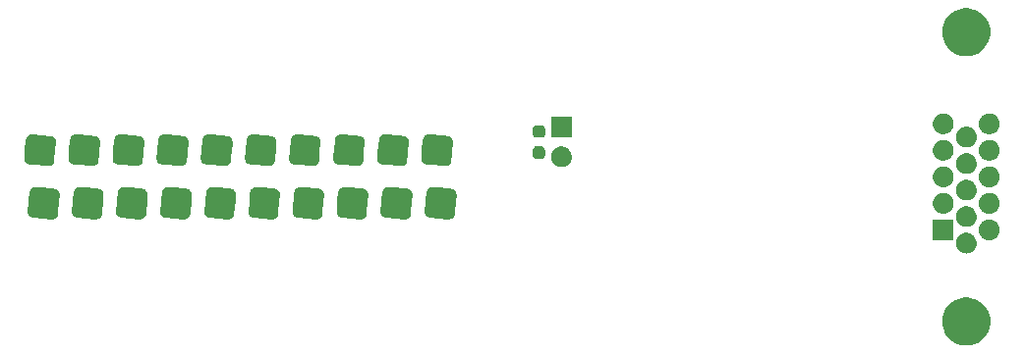
<source format=gts>
G04 #@! TF.GenerationSoftware,KiCad,Pcbnew,7.0.9*
G04 #@! TF.CreationDate,2023-11-21T14:26:00-05:00*
G04 #@! TF.ProjectId,SCART2VGA,53434152-5432-4564-9741-2e6b69636164,rev?*
G04 #@! TF.SameCoordinates,Original*
G04 #@! TF.FileFunction,Soldermask,Top*
G04 #@! TF.FilePolarity,Negative*
%FSLAX46Y46*%
G04 Gerber Fmt 4.6, Leading zero omitted, Abs format (unit mm)*
G04 Created by KiCad (PCBNEW 7.0.9) date 2023-11-21 14:26:00*
%MOMM*%
%LPD*%
G01*
G04 APERTURE LIST*
G04 APERTURE END LIST*
G36*
X185703799Y-116730568D02*
G01*
X185977554Y-116807270D01*
X186238315Y-116920535D01*
X186481225Y-117068252D01*
X186701758Y-117247669D01*
X186895807Y-117455444D01*
X187059756Y-117687707D01*
X187190551Y-117940131D01*
X187285757Y-118208013D01*
X187343599Y-118486365D01*
X187363000Y-118770000D01*
X187343599Y-119053635D01*
X187285757Y-119331987D01*
X187190551Y-119599869D01*
X187059756Y-119852293D01*
X186895807Y-120084556D01*
X186701758Y-120292331D01*
X186481225Y-120471748D01*
X186238315Y-120619465D01*
X185977554Y-120732730D01*
X185703799Y-120809432D01*
X185422149Y-120848144D01*
X185137851Y-120848144D01*
X184856201Y-120809432D01*
X184582446Y-120732730D01*
X184321685Y-120619465D01*
X184078775Y-120471748D01*
X183858242Y-120292331D01*
X183664193Y-120084556D01*
X183500244Y-119852293D01*
X183369449Y-119599869D01*
X183274243Y-119331987D01*
X183216401Y-119053635D01*
X183197000Y-118770000D01*
X183216401Y-118486365D01*
X183274243Y-118208013D01*
X183369449Y-117940131D01*
X183500244Y-117687707D01*
X183664193Y-117455444D01*
X183858242Y-117247669D01*
X184078775Y-117068252D01*
X184321685Y-116920535D01*
X184582446Y-116807270D01*
X184856201Y-116730568D01*
X185137851Y-116691856D01*
X185422149Y-116691856D01*
X185703799Y-116730568D01*
G37*
G36*
X185325151Y-111104930D02*
G01*
X185374076Y-111104930D01*
X185416321Y-111113909D01*
X185455485Y-111117767D01*
X185504689Y-111132693D01*
X185558115Y-111144049D01*
X185592300Y-111159269D01*
X185624230Y-111168955D01*
X185674971Y-111196076D01*
X185730000Y-111220577D01*
X185755583Y-111239164D01*
X185779743Y-111252078D01*
X185829023Y-111292521D01*
X185882218Y-111331170D01*
X185899491Y-111350354D01*
X185916053Y-111363946D01*
X185960563Y-111418182D01*
X186008115Y-111470993D01*
X186018103Y-111488293D01*
X186027921Y-111500256D01*
X186064237Y-111568200D01*
X186102191Y-111633937D01*
X186106557Y-111647374D01*
X186111044Y-111655769D01*
X186135779Y-111737311D01*
X186160333Y-111812879D01*
X186161197Y-111821103D01*
X186162232Y-111824514D01*
X186172305Y-111926787D01*
X186180000Y-112000000D01*
X186172304Y-112073218D01*
X186162232Y-112175485D01*
X186161197Y-112178895D01*
X186160333Y-112187121D01*
X186135774Y-112262702D01*
X186111044Y-112344230D01*
X186106558Y-112352622D01*
X186102191Y-112366063D01*
X186064230Y-112431812D01*
X186027921Y-112499743D01*
X186018105Y-112511703D01*
X186008115Y-112529007D01*
X185960554Y-112581828D01*
X185916053Y-112636053D01*
X185899494Y-112649642D01*
X185882218Y-112668830D01*
X185829012Y-112707486D01*
X185779743Y-112747921D01*
X185755588Y-112760831D01*
X185730000Y-112779423D01*
X185674960Y-112803928D01*
X185624230Y-112831044D01*
X185592307Y-112840727D01*
X185558115Y-112855951D01*
X185504678Y-112867309D01*
X185455485Y-112882232D01*
X185416330Y-112886088D01*
X185374076Y-112895070D01*
X185325140Y-112895070D01*
X185280000Y-112899516D01*
X185234859Y-112895070D01*
X185185924Y-112895070D01*
X185143669Y-112886088D01*
X185104514Y-112882232D01*
X185055317Y-112867308D01*
X185001885Y-112855951D01*
X184967694Y-112840728D01*
X184935769Y-112831044D01*
X184885033Y-112803925D01*
X184830000Y-112779423D01*
X184804413Y-112760833D01*
X184780256Y-112747921D01*
X184730978Y-112707479D01*
X184677782Y-112668830D01*
X184660507Y-112649645D01*
X184643946Y-112636053D01*
X184599434Y-112581815D01*
X184551885Y-112529007D01*
X184541897Y-112511707D01*
X184532078Y-112499743D01*
X184495756Y-112431788D01*
X184457809Y-112366063D01*
X184453443Y-112352627D01*
X184448955Y-112344230D01*
X184424210Y-112262656D01*
X184399667Y-112187121D01*
X184398802Y-112178900D01*
X184397767Y-112175485D01*
X184387679Y-112073067D01*
X184380000Y-112000000D01*
X184387678Y-111926939D01*
X184397767Y-111824514D01*
X184398803Y-111821098D01*
X184399667Y-111812879D01*
X184424205Y-111737357D01*
X184448955Y-111655769D01*
X184453444Y-111647369D01*
X184457809Y-111633937D01*
X184495748Y-111568223D01*
X184532078Y-111500256D01*
X184541899Y-111488289D01*
X184551885Y-111470993D01*
X184599424Y-111418194D01*
X184643946Y-111363946D01*
X184660511Y-111350350D01*
X184677782Y-111331170D01*
X184730968Y-111292527D01*
X184780256Y-111252078D01*
X184804419Y-111239162D01*
X184830000Y-111220577D01*
X184885022Y-111196079D01*
X184935769Y-111168955D01*
X184967701Y-111159268D01*
X185001885Y-111144049D01*
X185055306Y-111132693D01*
X185104514Y-111117767D01*
X185143678Y-111113909D01*
X185185924Y-111104930D01*
X185234849Y-111104930D01*
X185280000Y-111100483D01*
X185325151Y-111104930D01*
G37*
G36*
X184169134Y-109958806D02*
G01*
X184185355Y-109969645D01*
X184196194Y-109985866D01*
X184200000Y-110005000D01*
X184200000Y-111705000D01*
X184196194Y-111724134D01*
X184185355Y-111740355D01*
X184169134Y-111751194D01*
X184150000Y-111755000D01*
X182450000Y-111755000D01*
X182430866Y-111751194D01*
X182414645Y-111740355D01*
X182403806Y-111724134D01*
X182400000Y-111705000D01*
X182400000Y-110005000D01*
X182403806Y-109985866D01*
X182414645Y-109969645D01*
X182430866Y-109958806D01*
X182450000Y-109955000D01*
X184150000Y-109955000D01*
X184169134Y-109958806D01*
G37*
G36*
X187305151Y-109959930D02*
G01*
X187354076Y-109959930D01*
X187396321Y-109968909D01*
X187435485Y-109972767D01*
X187484689Y-109987693D01*
X187538115Y-109999049D01*
X187572300Y-110014269D01*
X187604230Y-110023955D01*
X187654971Y-110051076D01*
X187710000Y-110075577D01*
X187735583Y-110094164D01*
X187759743Y-110107078D01*
X187809023Y-110147521D01*
X187862218Y-110186170D01*
X187879491Y-110205354D01*
X187896053Y-110218946D01*
X187940563Y-110273182D01*
X187988115Y-110325993D01*
X187998103Y-110343293D01*
X188007921Y-110355256D01*
X188044237Y-110423200D01*
X188082191Y-110488937D01*
X188086557Y-110502374D01*
X188091044Y-110510769D01*
X188115779Y-110592311D01*
X188140333Y-110667879D01*
X188141197Y-110676103D01*
X188142232Y-110679514D01*
X188152305Y-110781787D01*
X188160000Y-110855000D01*
X188152304Y-110928218D01*
X188142232Y-111030485D01*
X188141197Y-111033895D01*
X188140333Y-111042121D01*
X188115774Y-111117702D01*
X188091044Y-111199230D01*
X188086558Y-111207622D01*
X188082191Y-111221063D01*
X188044230Y-111286812D01*
X188007921Y-111354743D01*
X187998105Y-111366703D01*
X187988115Y-111384007D01*
X187940554Y-111436828D01*
X187896053Y-111491053D01*
X187879494Y-111504642D01*
X187862218Y-111523830D01*
X187809012Y-111562486D01*
X187759743Y-111602921D01*
X187735588Y-111615831D01*
X187710000Y-111634423D01*
X187654960Y-111658928D01*
X187604230Y-111686044D01*
X187572307Y-111695727D01*
X187538115Y-111710951D01*
X187484678Y-111722309D01*
X187435485Y-111737232D01*
X187396330Y-111741088D01*
X187354076Y-111750070D01*
X187305140Y-111750070D01*
X187260000Y-111754516D01*
X187214859Y-111750070D01*
X187165924Y-111750070D01*
X187123669Y-111741088D01*
X187084514Y-111737232D01*
X187035317Y-111722308D01*
X186981885Y-111710951D01*
X186947694Y-111695728D01*
X186915769Y-111686044D01*
X186865033Y-111658925D01*
X186810000Y-111634423D01*
X186784413Y-111615833D01*
X186760256Y-111602921D01*
X186710978Y-111562479D01*
X186657782Y-111523830D01*
X186640507Y-111504645D01*
X186623946Y-111491053D01*
X186579434Y-111436815D01*
X186531885Y-111384007D01*
X186521897Y-111366707D01*
X186512078Y-111354743D01*
X186475756Y-111286788D01*
X186437809Y-111221063D01*
X186433443Y-111207627D01*
X186428955Y-111199230D01*
X186404210Y-111117656D01*
X186379667Y-111042121D01*
X186378802Y-111033900D01*
X186377767Y-111030485D01*
X186367679Y-110928067D01*
X186360000Y-110855000D01*
X186367678Y-110781939D01*
X186377767Y-110679514D01*
X186378803Y-110676098D01*
X186379667Y-110667879D01*
X186404205Y-110592357D01*
X186428955Y-110510769D01*
X186433444Y-110502369D01*
X186437809Y-110488937D01*
X186475748Y-110423223D01*
X186512078Y-110355256D01*
X186521899Y-110343289D01*
X186531885Y-110325993D01*
X186579424Y-110273194D01*
X186623946Y-110218946D01*
X186640511Y-110205350D01*
X186657782Y-110186170D01*
X186710968Y-110147527D01*
X186760256Y-110107078D01*
X186784419Y-110094162D01*
X186810000Y-110075577D01*
X186865022Y-110051079D01*
X186915769Y-110023955D01*
X186947701Y-110014268D01*
X186981885Y-109999049D01*
X187035306Y-109987693D01*
X187084514Y-109972767D01*
X187123678Y-109968909D01*
X187165924Y-109959930D01*
X187214849Y-109959930D01*
X187260000Y-109955483D01*
X187305151Y-109959930D01*
G37*
G36*
X185325151Y-108814930D02*
G01*
X185374076Y-108814930D01*
X185416321Y-108823909D01*
X185455485Y-108827767D01*
X185504689Y-108842693D01*
X185558115Y-108854049D01*
X185592300Y-108869269D01*
X185624230Y-108878955D01*
X185674971Y-108906076D01*
X185730000Y-108930577D01*
X185755583Y-108949164D01*
X185779743Y-108962078D01*
X185829023Y-109002521D01*
X185882218Y-109041170D01*
X185899491Y-109060354D01*
X185916053Y-109073946D01*
X185960563Y-109128182D01*
X186008115Y-109180993D01*
X186018103Y-109198293D01*
X186027921Y-109210256D01*
X186064237Y-109278200D01*
X186102191Y-109343937D01*
X186106557Y-109357374D01*
X186111044Y-109365769D01*
X186135779Y-109447311D01*
X186160333Y-109522879D01*
X186161197Y-109531103D01*
X186162232Y-109534514D01*
X186172305Y-109636787D01*
X186180000Y-109710000D01*
X186172304Y-109783218D01*
X186162232Y-109885485D01*
X186161197Y-109888895D01*
X186160333Y-109897121D01*
X186135774Y-109972702D01*
X186111044Y-110054230D01*
X186106558Y-110062622D01*
X186102191Y-110076063D01*
X186064230Y-110141812D01*
X186027921Y-110209743D01*
X186018105Y-110221703D01*
X186008115Y-110239007D01*
X185960554Y-110291828D01*
X185916053Y-110346053D01*
X185899494Y-110359642D01*
X185882218Y-110378830D01*
X185829012Y-110417486D01*
X185779743Y-110457921D01*
X185755588Y-110470831D01*
X185730000Y-110489423D01*
X185674960Y-110513928D01*
X185624230Y-110541044D01*
X185592307Y-110550727D01*
X185558115Y-110565951D01*
X185504678Y-110577309D01*
X185455485Y-110592232D01*
X185416330Y-110596088D01*
X185374076Y-110605070D01*
X185325140Y-110605070D01*
X185280000Y-110609516D01*
X185234859Y-110605070D01*
X185185924Y-110605070D01*
X185143669Y-110596088D01*
X185104514Y-110592232D01*
X185055317Y-110577308D01*
X185001885Y-110565951D01*
X184967694Y-110550728D01*
X184935769Y-110541044D01*
X184885033Y-110513925D01*
X184830000Y-110489423D01*
X184804413Y-110470833D01*
X184780256Y-110457921D01*
X184730978Y-110417479D01*
X184677782Y-110378830D01*
X184660507Y-110359645D01*
X184643946Y-110346053D01*
X184599434Y-110291815D01*
X184551885Y-110239007D01*
X184541897Y-110221707D01*
X184532078Y-110209743D01*
X184495756Y-110141788D01*
X184457809Y-110076063D01*
X184453443Y-110062627D01*
X184448955Y-110054230D01*
X184424210Y-109972656D01*
X184399667Y-109897121D01*
X184398802Y-109888900D01*
X184397767Y-109885485D01*
X184387679Y-109783067D01*
X184380000Y-109710000D01*
X184387678Y-109636939D01*
X184397767Y-109534514D01*
X184398803Y-109531098D01*
X184399667Y-109522879D01*
X184424205Y-109447357D01*
X184448955Y-109365769D01*
X184453444Y-109357369D01*
X184457809Y-109343937D01*
X184495748Y-109278223D01*
X184532078Y-109210256D01*
X184541899Y-109198289D01*
X184551885Y-109180993D01*
X184599424Y-109128194D01*
X184643946Y-109073946D01*
X184660511Y-109060350D01*
X184677782Y-109041170D01*
X184730968Y-109002527D01*
X184780256Y-108962078D01*
X184804419Y-108949162D01*
X184830000Y-108930577D01*
X184885022Y-108906079D01*
X184935769Y-108878955D01*
X184967701Y-108869268D01*
X185001885Y-108854049D01*
X185055306Y-108842693D01*
X185104514Y-108827767D01*
X185143678Y-108823909D01*
X185185924Y-108814930D01*
X185234849Y-108814930D01*
X185280000Y-108810483D01*
X185325151Y-108814930D01*
G37*
G36*
X105428592Y-107198468D02*
G01*
X106704982Y-107310138D01*
X106704990Y-107310139D01*
X106711519Y-107310711D01*
X106816401Y-107331357D01*
X106830091Y-107337873D01*
X106838658Y-107339773D01*
X106887554Y-107365226D01*
X106944900Y-107392524D01*
X106951729Y-107398634D01*
X106954232Y-107399937D01*
X106997435Y-107439525D01*
X107050963Y-107487415D01*
X107088868Y-107548507D01*
X107120311Y-107597862D01*
X107121157Y-107600546D01*
X107125995Y-107608343D01*
X107142932Y-107669605D01*
X107159495Y-107722134D01*
X107159877Y-107730896D01*
X107163918Y-107745511D01*
X107166038Y-107852386D01*
X107119035Y-108389629D01*
X107119300Y-108394391D01*
X107118727Y-108400930D01*
X107118728Y-108400934D01*
X107025676Y-109464516D01*
X107023428Y-109490205D01*
X107007028Y-109560223D01*
X106994366Y-109617342D01*
X106993065Y-109619840D01*
X106990974Y-109628770D01*
X106959629Y-109684069D01*
X106934199Y-109732920D01*
X106928276Y-109739383D01*
X106920797Y-109752579D01*
X106879725Y-109792367D01*
X106846170Y-109828987D01*
X106833772Y-109836885D01*
X106818581Y-109851602D01*
X106773373Y-109875363D01*
X106736275Y-109898998D01*
X106716613Y-109905197D01*
X106692608Y-109917815D01*
X106648448Y-109926689D01*
X106612004Y-109938181D01*
X106585518Y-109939337D01*
X106553083Y-109945856D01*
X106514174Y-109942452D01*
X106503285Y-109942927D01*
X106502778Y-109943206D01*
X106483385Y-109945330D01*
X104889473Y-109805881D01*
X104873410Y-109801199D01*
X104856309Y-109797408D01*
X104817399Y-109794004D01*
X104786586Y-109781951D01*
X104760703Y-109776213D01*
X104726806Y-109758567D01*
X104684862Y-109742160D01*
X104663414Y-109725567D01*
X104645127Y-109716047D01*
X104612687Y-109686321D01*
X104572302Y-109655077D01*
X104559901Y-109637952D01*
X104549057Y-109628015D01*
X104522355Y-109586101D01*
X104488834Y-109539809D01*
X104483761Y-109525520D01*
X104479048Y-109518122D01*
X104462477Y-109465567D01*
X104441222Y-109405695D01*
X104440713Y-109396540D01*
X104439865Y-109393851D01*
X104437308Y-109335295D01*
X104433323Y-109263600D01*
X104433893Y-109257077D01*
X104433893Y-109257064D01*
X104497617Y-108528703D01*
X104497492Y-108522356D01*
X104508283Y-108399009D01*
X104575360Y-107632314D01*
X104575360Y-107632310D01*
X104575932Y-107625781D01*
X104596579Y-107520898D01*
X104603093Y-107507212D01*
X104604993Y-107498643D01*
X104630450Y-107449739D01*
X104657745Y-107392399D01*
X104663856Y-107385567D01*
X104665159Y-107383066D01*
X104704743Y-107339867D01*
X104752636Y-107286337D01*
X104813623Y-107248496D01*
X104863083Y-107216987D01*
X104865775Y-107216138D01*
X104873565Y-107211305D01*
X104934782Y-107194380D01*
X104987355Y-107177804D01*
X104996122Y-107177421D01*
X105010733Y-107173382D01*
X105117607Y-107171261D01*
X105428592Y-107198468D01*
G37*
G36*
X109228592Y-107198468D02*
G01*
X110504982Y-107310138D01*
X110504990Y-107310139D01*
X110511519Y-107310711D01*
X110616401Y-107331357D01*
X110630091Y-107337873D01*
X110638658Y-107339773D01*
X110687554Y-107365226D01*
X110744900Y-107392524D01*
X110751729Y-107398634D01*
X110754232Y-107399937D01*
X110797435Y-107439525D01*
X110850963Y-107487415D01*
X110888868Y-107548507D01*
X110920311Y-107597862D01*
X110921157Y-107600546D01*
X110925995Y-107608343D01*
X110942932Y-107669605D01*
X110959495Y-107722134D01*
X110959877Y-107730896D01*
X110963918Y-107745511D01*
X110966038Y-107852386D01*
X110919035Y-108389629D01*
X110919300Y-108394391D01*
X110918727Y-108400930D01*
X110918728Y-108400934D01*
X110825676Y-109464516D01*
X110823428Y-109490205D01*
X110807028Y-109560223D01*
X110794366Y-109617342D01*
X110793065Y-109619840D01*
X110790974Y-109628770D01*
X110759629Y-109684069D01*
X110734199Y-109732920D01*
X110728276Y-109739383D01*
X110720797Y-109752579D01*
X110679725Y-109792367D01*
X110646170Y-109828987D01*
X110633772Y-109836885D01*
X110618581Y-109851602D01*
X110573373Y-109875363D01*
X110536275Y-109898998D01*
X110516613Y-109905197D01*
X110492608Y-109917815D01*
X110448448Y-109926689D01*
X110412004Y-109938181D01*
X110385518Y-109939337D01*
X110353083Y-109945856D01*
X110314174Y-109942452D01*
X110303285Y-109942927D01*
X110302778Y-109943206D01*
X110283385Y-109945330D01*
X108689473Y-109805881D01*
X108673410Y-109801199D01*
X108656309Y-109797408D01*
X108617399Y-109794004D01*
X108586586Y-109781951D01*
X108560703Y-109776213D01*
X108526806Y-109758567D01*
X108484862Y-109742160D01*
X108463414Y-109725567D01*
X108445127Y-109716047D01*
X108412687Y-109686321D01*
X108372302Y-109655077D01*
X108359901Y-109637952D01*
X108349057Y-109628015D01*
X108322355Y-109586101D01*
X108288834Y-109539809D01*
X108283761Y-109525520D01*
X108279048Y-109518122D01*
X108262477Y-109465567D01*
X108241222Y-109405695D01*
X108240713Y-109396540D01*
X108239865Y-109393851D01*
X108237308Y-109335295D01*
X108233323Y-109263600D01*
X108233893Y-109257077D01*
X108233893Y-109257064D01*
X108297617Y-108528703D01*
X108297492Y-108522356D01*
X108308283Y-108399009D01*
X108375360Y-107632314D01*
X108375360Y-107632310D01*
X108375932Y-107625781D01*
X108396579Y-107520898D01*
X108403093Y-107507212D01*
X108404993Y-107498643D01*
X108430450Y-107449739D01*
X108457745Y-107392399D01*
X108463856Y-107385567D01*
X108465159Y-107383066D01*
X108504743Y-107339867D01*
X108552636Y-107286337D01*
X108613623Y-107248496D01*
X108663083Y-107216987D01*
X108665775Y-107216138D01*
X108673565Y-107211305D01*
X108734782Y-107194380D01*
X108787355Y-107177804D01*
X108796122Y-107177421D01*
X108810733Y-107173382D01*
X108917607Y-107171261D01*
X109228592Y-107198468D01*
G37*
G36*
X113028592Y-107198468D02*
G01*
X114304982Y-107310138D01*
X114304990Y-107310139D01*
X114311519Y-107310711D01*
X114416401Y-107331357D01*
X114430091Y-107337873D01*
X114438658Y-107339773D01*
X114487554Y-107365226D01*
X114544900Y-107392524D01*
X114551729Y-107398634D01*
X114554232Y-107399937D01*
X114597435Y-107439525D01*
X114650963Y-107487415D01*
X114688868Y-107548507D01*
X114720311Y-107597862D01*
X114721157Y-107600546D01*
X114725995Y-107608343D01*
X114742932Y-107669605D01*
X114759495Y-107722134D01*
X114759877Y-107730896D01*
X114763918Y-107745511D01*
X114766038Y-107852386D01*
X114719035Y-108389629D01*
X114719300Y-108394391D01*
X114718727Y-108400930D01*
X114718728Y-108400934D01*
X114625676Y-109464516D01*
X114623428Y-109490205D01*
X114607028Y-109560223D01*
X114594366Y-109617342D01*
X114593065Y-109619840D01*
X114590974Y-109628770D01*
X114559629Y-109684069D01*
X114534199Y-109732920D01*
X114528276Y-109739383D01*
X114520797Y-109752579D01*
X114479725Y-109792367D01*
X114446170Y-109828987D01*
X114433772Y-109836885D01*
X114418581Y-109851602D01*
X114373373Y-109875363D01*
X114336275Y-109898998D01*
X114316613Y-109905197D01*
X114292608Y-109917815D01*
X114248448Y-109926689D01*
X114212004Y-109938181D01*
X114185518Y-109939337D01*
X114153083Y-109945856D01*
X114114174Y-109942452D01*
X114103285Y-109942927D01*
X114102778Y-109943206D01*
X114083385Y-109945330D01*
X112489473Y-109805881D01*
X112473410Y-109801199D01*
X112456309Y-109797408D01*
X112417399Y-109794004D01*
X112386586Y-109781951D01*
X112360703Y-109776213D01*
X112326806Y-109758567D01*
X112284862Y-109742160D01*
X112263414Y-109725567D01*
X112245127Y-109716047D01*
X112212687Y-109686321D01*
X112172302Y-109655077D01*
X112159901Y-109637952D01*
X112149057Y-109628015D01*
X112122355Y-109586101D01*
X112088834Y-109539809D01*
X112083761Y-109525520D01*
X112079048Y-109518122D01*
X112062477Y-109465567D01*
X112041222Y-109405695D01*
X112040713Y-109396540D01*
X112039865Y-109393851D01*
X112037308Y-109335295D01*
X112033323Y-109263600D01*
X112033893Y-109257077D01*
X112033893Y-109257064D01*
X112097617Y-108528703D01*
X112097492Y-108522356D01*
X112108283Y-108399009D01*
X112175360Y-107632314D01*
X112175360Y-107632310D01*
X112175932Y-107625781D01*
X112196579Y-107520898D01*
X112203093Y-107507212D01*
X112204993Y-107498643D01*
X112230450Y-107449739D01*
X112257745Y-107392399D01*
X112263856Y-107385567D01*
X112265159Y-107383066D01*
X112304743Y-107339867D01*
X112352636Y-107286337D01*
X112413623Y-107248496D01*
X112463083Y-107216987D01*
X112465775Y-107216138D01*
X112473565Y-107211305D01*
X112534782Y-107194380D01*
X112587355Y-107177804D01*
X112596122Y-107177421D01*
X112610733Y-107173382D01*
X112717607Y-107171261D01*
X113028592Y-107198468D01*
G37*
G36*
X116828592Y-107198468D02*
G01*
X118104982Y-107310138D01*
X118104990Y-107310139D01*
X118111519Y-107310711D01*
X118216401Y-107331357D01*
X118230091Y-107337873D01*
X118238658Y-107339773D01*
X118287554Y-107365226D01*
X118344900Y-107392524D01*
X118351729Y-107398634D01*
X118354232Y-107399937D01*
X118397435Y-107439525D01*
X118450963Y-107487415D01*
X118488868Y-107548507D01*
X118520311Y-107597862D01*
X118521157Y-107600546D01*
X118525995Y-107608343D01*
X118542932Y-107669605D01*
X118559495Y-107722134D01*
X118559877Y-107730896D01*
X118563918Y-107745511D01*
X118566038Y-107852386D01*
X118519035Y-108389629D01*
X118519300Y-108394391D01*
X118518727Y-108400930D01*
X118518728Y-108400934D01*
X118425676Y-109464516D01*
X118423428Y-109490205D01*
X118407028Y-109560223D01*
X118394366Y-109617342D01*
X118393065Y-109619840D01*
X118390974Y-109628770D01*
X118359629Y-109684069D01*
X118334199Y-109732920D01*
X118328276Y-109739383D01*
X118320797Y-109752579D01*
X118279725Y-109792367D01*
X118246170Y-109828987D01*
X118233772Y-109836885D01*
X118218581Y-109851602D01*
X118173373Y-109875363D01*
X118136275Y-109898998D01*
X118116613Y-109905197D01*
X118092608Y-109917815D01*
X118048448Y-109926689D01*
X118012004Y-109938181D01*
X117985518Y-109939337D01*
X117953083Y-109945856D01*
X117914174Y-109942452D01*
X117903285Y-109942927D01*
X117902778Y-109943206D01*
X117883385Y-109945330D01*
X116289473Y-109805881D01*
X116273410Y-109801199D01*
X116256309Y-109797408D01*
X116217399Y-109794004D01*
X116186586Y-109781951D01*
X116160703Y-109776213D01*
X116126806Y-109758567D01*
X116084862Y-109742160D01*
X116063414Y-109725567D01*
X116045127Y-109716047D01*
X116012687Y-109686321D01*
X115972302Y-109655077D01*
X115959901Y-109637952D01*
X115949057Y-109628015D01*
X115922355Y-109586101D01*
X115888834Y-109539809D01*
X115883761Y-109525520D01*
X115879048Y-109518122D01*
X115862477Y-109465567D01*
X115841222Y-109405695D01*
X115840713Y-109396540D01*
X115839865Y-109393851D01*
X115837308Y-109335295D01*
X115833323Y-109263600D01*
X115833893Y-109257077D01*
X115833893Y-109257064D01*
X115897617Y-108528703D01*
X115897492Y-108522356D01*
X115908283Y-108399009D01*
X115975360Y-107632314D01*
X115975360Y-107632310D01*
X115975932Y-107625781D01*
X115996579Y-107520898D01*
X116003093Y-107507212D01*
X116004993Y-107498643D01*
X116030450Y-107449739D01*
X116057745Y-107392399D01*
X116063856Y-107385567D01*
X116065159Y-107383066D01*
X116104743Y-107339867D01*
X116152636Y-107286337D01*
X116213623Y-107248496D01*
X116263083Y-107216987D01*
X116265775Y-107216138D01*
X116273565Y-107211305D01*
X116334782Y-107194380D01*
X116387355Y-107177804D01*
X116396122Y-107177421D01*
X116410733Y-107173382D01*
X116517607Y-107171261D01*
X116828592Y-107198468D01*
G37*
G36*
X120628592Y-107198468D02*
G01*
X121904982Y-107310138D01*
X121904990Y-107310139D01*
X121911519Y-107310711D01*
X122016401Y-107331357D01*
X122030091Y-107337873D01*
X122038658Y-107339773D01*
X122087554Y-107365226D01*
X122144900Y-107392524D01*
X122151729Y-107398634D01*
X122154232Y-107399937D01*
X122197435Y-107439525D01*
X122250963Y-107487415D01*
X122288868Y-107548507D01*
X122320311Y-107597862D01*
X122321157Y-107600546D01*
X122325995Y-107608343D01*
X122342932Y-107669605D01*
X122359495Y-107722134D01*
X122359877Y-107730896D01*
X122363918Y-107745511D01*
X122366038Y-107852386D01*
X122319035Y-108389629D01*
X122319300Y-108394391D01*
X122318727Y-108400930D01*
X122318728Y-108400934D01*
X122225676Y-109464516D01*
X122223428Y-109490205D01*
X122207028Y-109560223D01*
X122194366Y-109617342D01*
X122193065Y-109619840D01*
X122190974Y-109628770D01*
X122159629Y-109684069D01*
X122134199Y-109732920D01*
X122128276Y-109739383D01*
X122120797Y-109752579D01*
X122079725Y-109792367D01*
X122046170Y-109828987D01*
X122033772Y-109836885D01*
X122018581Y-109851602D01*
X121973373Y-109875363D01*
X121936275Y-109898998D01*
X121916613Y-109905197D01*
X121892608Y-109917815D01*
X121848448Y-109926689D01*
X121812004Y-109938181D01*
X121785518Y-109939337D01*
X121753083Y-109945856D01*
X121714174Y-109942452D01*
X121703285Y-109942927D01*
X121702778Y-109943206D01*
X121683385Y-109945330D01*
X120089473Y-109805881D01*
X120073410Y-109801199D01*
X120056309Y-109797408D01*
X120017399Y-109794004D01*
X119986586Y-109781951D01*
X119960703Y-109776213D01*
X119926806Y-109758567D01*
X119884862Y-109742160D01*
X119863414Y-109725567D01*
X119845127Y-109716047D01*
X119812687Y-109686321D01*
X119772302Y-109655077D01*
X119759901Y-109637952D01*
X119749057Y-109628015D01*
X119722355Y-109586101D01*
X119688834Y-109539809D01*
X119683761Y-109525520D01*
X119679048Y-109518122D01*
X119662477Y-109465567D01*
X119641222Y-109405695D01*
X119640713Y-109396540D01*
X119639865Y-109393851D01*
X119637308Y-109335295D01*
X119633323Y-109263600D01*
X119633893Y-109257077D01*
X119633893Y-109257064D01*
X119697617Y-108528703D01*
X119697492Y-108522356D01*
X119708283Y-108399009D01*
X119775360Y-107632314D01*
X119775360Y-107632310D01*
X119775932Y-107625781D01*
X119796579Y-107520898D01*
X119803093Y-107507212D01*
X119804993Y-107498643D01*
X119830450Y-107449739D01*
X119857745Y-107392399D01*
X119863856Y-107385567D01*
X119865159Y-107383066D01*
X119904743Y-107339867D01*
X119952636Y-107286337D01*
X120013623Y-107248496D01*
X120063083Y-107216987D01*
X120065775Y-107216138D01*
X120073565Y-107211305D01*
X120134782Y-107194380D01*
X120187355Y-107177804D01*
X120196122Y-107177421D01*
X120210733Y-107173382D01*
X120317607Y-107171261D01*
X120628592Y-107198468D01*
G37*
G36*
X124428592Y-107198468D02*
G01*
X125704982Y-107310138D01*
X125704990Y-107310139D01*
X125711519Y-107310711D01*
X125816401Y-107331357D01*
X125830091Y-107337873D01*
X125838658Y-107339773D01*
X125887554Y-107365226D01*
X125944900Y-107392524D01*
X125951729Y-107398634D01*
X125954232Y-107399937D01*
X125997435Y-107439525D01*
X126050963Y-107487415D01*
X126088868Y-107548507D01*
X126120311Y-107597862D01*
X126121157Y-107600546D01*
X126125995Y-107608343D01*
X126142932Y-107669605D01*
X126159495Y-107722134D01*
X126159877Y-107730896D01*
X126163918Y-107745511D01*
X126166038Y-107852386D01*
X126119035Y-108389629D01*
X126119300Y-108394391D01*
X126118727Y-108400930D01*
X126118728Y-108400934D01*
X126025676Y-109464516D01*
X126023428Y-109490205D01*
X126007028Y-109560223D01*
X125994366Y-109617342D01*
X125993065Y-109619840D01*
X125990974Y-109628770D01*
X125959629Y-109684069D01*
X125934199Y-109732920D01*
X125928276Y-109739383D01*
X125920797Y-109752579D01*
X125879725Y-109792367D01*
X125846170Y-109828987D01*
X125833772Y-109836885D01*
X125818581Y-109851602D01*
X125773373Y-109875363D01*
X125736275Y-109898998D01*
X125716613Y-109905197D01*
X125692608Y-109917815D01*
X125648448Y-109926689D01*
X125612004Y-109938181D01*
X125585518Y-109939337D01*
X125553083Y-109945856D01*
X125514174Y-109942452D01*
X125503285Y-109942927D01*
X125502778Y-109943206D01*
X125483385Y-109945330D01*
X123889473Y-109805881D01*
X123873410Y-109801199D01*
X123856309Y-109797408D01*
X123817399Y-109794004D01*
X123786586Y-109781951D01*
X123760703Y-109776213D01*
X123726806Y-109758567D01*
X123684862Y-109742160D01*
X123663414Y-109725567D01*
X123645127Y-109716047D01*
X123612687Y-109686321D01*
X123572302Y-109655077D01*
X123559901Y-109637952D01*
X123549057Y-109628015D01*
X123522355Y-109586101D01*
X123488834Y-109539809D01*
X123483761Y-109525520D01*
X123479048Y-109518122D01*
X123462477Y-109465567D01*
X123441222Y-109405695D01*
X123440713Y-109396540D01*
X123439865Y-109393851D01*
X123437308Y-109335295D01*
X123433323Y-109263600D01*
X123433893Y-109257077D01*
X123433893Y-109257064D01*
X123497617Y-108528703D01*
X123497492Y-108522356D01*
X123508283Y-108399009D01*
X123575360Y-107632314D01*
X123575360Y-107632310D01*
X123575932Y-107625781D01*
X123596579Y-107520898D01*
X123603093Y-107507212D01*
X123604993Y-107498643D01*
X123630450Y-107449739D01*
X123657745Y-107392399D01*
X123663856Y-107385567D01*
X123665159Y-107383066D01*
X123704743Y-107339867D01*
X123752636Y-107286337D01*
X123813623Y-107248496D01*
X123863083Y-107216987D01*
X123865775Y-107216138D01*
X123873565Y-107211305D01*
X123934782Y-107194380D01*
X123987355Y-107177804D01*
X123996122Y-107177421D01*
X124010733Y-107173382D01*
X124117607Y-107171261D01*
X124428592Y-107198468D01*
G37*
G36*
X128228592Y-107198468D02*
G01*
X129504982Y-107310138D01*
X129504990Y-107310139D01*
X129511519Y-107310711D01*
X129616401Y-107331357D01*
X129630091Y-107337873D01*
X129638658Y-107339773D01*
X129687554Y-107365226D01*
X129744900Y-107392524D01*
X129751729Y-107398634D01*
X129754232Y-107399937D01*
X129797435Y-107439525D01*
X129850963Y-107487415D01*
X129888868Y-107548507D01*
X129920311Y-107597862D01*
X129921157Y-107600546D01*
X129925995Y-107608343D01*
X129942932Y-107669605D01*
X129959495Y-107722134D01*
X129959877Y-107730896D01*
X129963918Y-107745511D01*
X129966038Y-107852386D01*
X129919035Y-108389629D01*
X129919300Y-108394391D01*
X129918727Y-108400930D01*
X129918728Y-108400934D01*
X129825676Y-109464516D01*
X129823428Y-109490205D01*
X129807028Y-109560223D01*
X129794366Y-109617342D01*
X129793065Y-109619840D01*
X129790974Y-109628770D01*
X129759629Y-109684069D01*
X129734199Y-109732920D01*
X129728276Y-109739383D01*
X129720797Y-109752579D01*
X129679725Y-109792367D01*
X129646170Y-109828987D01*
X129633772Y-109836885D01*
X129618581Y-109851602D01*
X129573373Y-109875363D01*
X129536275Y-109898998D01*
X129516613Y-109905197D01*
X129492608Y-109917815D01*
X129448448Y-109926689D01*
X129412004Y-109938181D01*
X129385518Y-109939337D01*
X129353083Y-109945856D01*
X129314174Y-109942452D01*
X129303285Y-109942927D01*
X129302778Y-109943206D01*
X129283385Y-109945330D01*
X127689473Y-109805881D01*
X127673410Y-109801199D01*
X127656309Y-109797408D01*
X127617399Y-109794004D01*
X127586586Y-109781951D01*
X127560703Y-109776213D01*
X127526806Y-109758567D01*
X127484862Y-109742160D01*
X127463414Y-109725567D01*
X127445127Y-109716047D01*
X127412687Y-109686321D01*
X127372302Y-109655077D01*
X127359901Y-109637952D01*
X127349057Y-109628015D01*
X127322355Y-109586101D01*
X127288834Y-109539809D01*
X127283761Y-109525520D01*
X127279048Y-109518122D01*
X127262477Y-109465567D01*
X127241222Y-109405695D01*
X127240713Y-109396540D01*
X127239865Y-109393851D01*
X127237308Y-109335295D01*
X127233323Y-109263600D01*
X127233893Y-109257077D01*
X127233893Y-109257064D01*
X127297617Y-108528703D01*
X127297492Y-108522356D01*
X127308283Y-108399009D01*
X127375360Y-107632314D01*
X127375360Y-107632310D01*
X127375932Y-107625781D01*
X127396579Y-107520898D01*
X127403093Y-107507212D01*
X127404993Y-107498643D01*
X127430450Y-107449739D01*
X127457745Y-107392399D01*
X127463856Y-107385567D01*
X127465159Y-107383066D01*
X127504743Y-107339867D01*
X127552636Y-107286337D01*
X127613623Y-107248496D01*
X127663083Y-107216987D01*
X127665775Y-107216138D01*
X127673565Y-107211305D01*
X127734782Y-107194380D01*
X127787355Y-107177804D01*
X127796122Y-107177421D01*
X127810733Y-107173382D01*
X127917607Y-107171261D01*
X128228592Y-107198468D01*
G37*
G36*
X132028592Y-107198468D02*
G01*
X133304982Y-107310138D01*
X133304990Y-107310139D01*
X133311519Y-107310711D01*
X133416401Y-107331357D01*
X133430091Y-107337873D01*
X133438658Y-107339773D01*
X133487554Y-107365226D01*
X133544900Y-107392524D01*
X133551729Y-107398634D01*
X133554232Y-107399937D01*
X133597435Y-107439525D01*
X133650963Y-107487415D01*
X133688868Y-107548507D01*
X133720311Y-107597862D01*
X133721157Y-107600546D01*
X133725995Y-107608343D01*
X133742932Y-107669605D01*
X133759495Y-107722134D01*
X133759877Y-107730896D01*
X133763918Y-107745511D01*
X133766038Y-107852386D01*
X133719035Y-108389629D01*
X133719300Y-108394391D01*
X133718727Y-108400930D01*
X133718728Y-108400934D01*
X133625676Y-109464516D01*
X133623428Y-109490205D01*
X133607028Y-109560223D01*
X133594366Y-109617342D01*
X133593065Y-109619840D01*
X133590974Y-109628770D01*
X133559629Y-109684069D01*
X133534199Y-109732920D01*
X133528276Y-109739383D01*
X133520797Y-109752579D01*
X133479725Y-109792367D01*
X133446170Y-109828987D01*
X133433772Y-109836885D01*
X133418581Y-109851602D01*
X133373373Y-109875363D01*
X133336275Y-109898998D01*
X133316613Y-109905197D01*
X133292608Y-109917815D01*
X133248448Y-109926689D01*
X133212004Y-109938181D01*
X133185518Y-109939337D01*
X133153083Y-109945856D01*
X133114174Y-109942452D01*
X133103285Y-109942927D01*
X133102778Y-109943206D01*
X133083385Y-109945330D01*
X131489473Y-109805881D01*
X131473410Y-109801199D01*
X131456309Y-109797408D01*
X131417399Y-109794004D01*
X131386586Y-109781951D01*
X131360703Y-109776213D01*
X131326806Y-109758567D01*
X131284862Y-109742160D01*
X131263414Y-109725567D01*
X131245127Y-109716047D01*
X131212687Y-109686321D01*
X131172302Y-109655077D01*
X131159901Y-109637952D01*
X131149057Y-109628015D01*
X131122355Y-109586101D01*
X131088834Y-109539809D01*
X131083761Y-109525520D01*
X131079048Y-109518122D01*
X131062477Y-109465567D01*
X131041222Y-109405695D01*
X131040713Y-109396540D01*
X131039865Y-109393851D01*
X131037308Y-109335295D01*
X131033323Y-109263600D01*
X131033893Y-109257077D01*
X131033893Y-109257064D01*
X131097617Y-108528703D01*
X131097492Y-108522356D01*
X131108283Y-108399009D01*
X131175360Y-107632314D01*
X131175360Y-107632310D01*
X131175932Y-107625781D01*
X131196579Y-107520898D01*
X131203093Y-107507212D01*
X131204993Y-107498643D01*
X131230450Y-107449739D01*
X131257745Y-107392399D01*
X131263856Y-107385567D01*
X131265159Y-107383066D01*
X131304743Y-107339867D01*
X131352636Y-107286337D01*
X131413623Y-107248496D01*
X131463083Y-107216987D01*
X131465775Y-107216138D01*
X131473565Y-107211305D01*
X131534782Y-107194380D01*
X131587355Y-107177804D01*
X131596122Y-107177421D01*
X131610733Y-107173382D01*
X131717607Y-107171261D01*
X132028592Y-107198468D01*
G37*
G36*
X135828572Y-107198467D02*
G01*
X137104962Y-107310137D01*
X137104970Y-107310138D01*
X137111499Y-107310710D01*
X137216381Y-107331356D01*
X137230071Y-107337872D01*
X137238638Y-107339772D01*
X137287534Y-107365225D01*
X137344880Y-107392523D01*
X137351709Y-107398633D01*
X137354212Y-107399936D01*
X137397415Y-107439524D01*
X137450943Y-107487414D01*
X137488848Y-107548506D01*
X137520291Y-107597861D01*
X137521137Y-107600545D01*
X137525975Y-107608342D01*
X137542912Y-107669604D01*
X137559475Y-107722133D01*
X137559857Y-107730895D01*
X137563898Y-107745510D01*
X137566018Y-107852385D01*
X137519015Y-108389628D01*
X137519280Y-108394390D01*
X137518707Y-108400929D01*
X137518708Y-108400933D01*
X137423980Y-109483668D01*
X137423408Y-109490204D01*
X137407008Y-109560222D01*
X137394346Y-109617341D01*
X137393045Y-109619839D01*
X137390954Y-109628769D01*
X137359609Y-109684068D01*
X137334179Y-109732919D01*
X137328256Y-109739382D01*
X137320777Y-109752578D01*
X137279705Y-109792366D01*
X137246150Y-109828986D01*
X137233752Y-109836884D01*
X137218561Y-109851601D01*
X137173353Y-109875362D01*
X137136255Y-109898997D01*
X137116593Y-109905196D01*
X137092588Y-109917814D01*
X137048428Y-109926688D01*
X137011984Y-109938180D01*
X136985498Y-109939336D01*
X136953063Y-109945855D01*
X136914154Y-109942451D01*
X136881841Y-109943861D01*
X136881639Y-109943884D01*
X136881537Y-109943875D01*
X136880623Y-109943915D01*
X136878816Y-109943637D01*
X135290890Y-109804711D01*
X135289056Y-109804671D01*
X135288163Y-109804473D01*
X135287727Y-109804435D01*
X135286886Y-109804190D01*
X135256290Y-109797407D01*
X135217379Y-109794003D01*
X135186566Y-109781950D01*
X135160683Y-109776212D01*
X135126786Y-109758566D01*
X135084842Y-109742159D01*
X135063394Y-109725566D01*
X135045107Y-109716046D01*
X135012667Y-109686320D01*
X134972282Y-109655076D01*
X134959881Y-109637951D01*
X134949037Y-109628014D01*
X134922335Y-109586100D01*
X134888814Y-109539808D01*
X134883741Y-109525519D01*
X134879028Y-109518121D01*
X134862457Y-109465566D01*
X134841202Y-109405694D01*
X134840693Y-109396539D01*
X134839845Y-109393850D01*
X134837288Y-109335294D01*
X134833303Y-109263599D01*
X134833873Y-109257076D01*
X134833873Y-109257063D01*
X134897597Y-108528702D01*
X134897472Y-108522355D01*
X134915607Y-108315070D01*
X134975340Y-107632313D01*
X134975340Y-107632309D01*
X134975912Y-107625780D01*
X134996559Y-107520897D01*
X135003073Y-107507211D01*
X135004973Y-107498642D01*
X135030430Y-107449738D01*
X135057725Y-107392398D01*
X135063836Y-107385566D01*
X135065139Y-107383065D01*
X135104723Y-107339866D01*
X135152616Y-107286336D01*
X135213603Y-107248495D01*
X135263063Y-107216986D01*
X135265755Y-107216137D01*
X135273545Y-107211304D01*
X135334762Y-107194379D01*
X135387335Y-107177803D01*
X135396102Y-107177420D01*
X135410713Y-107173381D01*
X135517587Y-107171260D01*
X135828572Y-107198467D01*
G37*
G36*
X139628572Y-107198467D02*
G01*
X140904962Y-107310137D01*
X140904970Y-107310138D01*
X140911499Y-107310710D01*
X141016381Y-107331356D01*
X141030071Y-107337872D01*
X141038638Y-107339772D01*
X141087534Y-107365225D01*
X141144880Y-107392523D01*
X141151709Y-107398633D01*
X141154212Y-107399936D01*
X141197415Y-107439524D01*
X141250943Y-107487414D01*
X141288848Y-107548506D01*
X141320291Y-107597861D01*
X141321137Y-107600545D01*
X141325975Y-107608342D01*
X141342912Y-107669604D01*
X141359475Y-107722133D01*
X141359857Y-107730895D01*
X141363898Y-107745510D01*
X141366018Y-107852385D01*
X141319015Y-108389628D01*
X141319280Y-108394390D01*
X141318707Y-108400929D01*
X141318708Y-108400933D01*
X141223980Y-109483668D01*
X141223408Y-109490204D01*
X141207008Y-109560222D01*
X141194346Y-109617341D01*
X141193045Y-109619839D01*
X141190954Y-109628769D01*
X141159609Y-109684068D01*
X141134179Y-109732919D01*
X141128256Y-109739382D01*
X141120777Y-109752578D01*
X141079705Y-109792366D01*
X141046150Y-109828986D01*
X141033752Y-109836884D01*
X141018561Y-109851601D01*
X140973353Y-109875362D01*
X140936255Y-109898997D01*
X140916593Y-109905196D01*
X140892588Y-109917814D01*
X140848428Y-109926688D01*
X140811984Y-109938180D01*
X140785498Y-109939336D01*
X140753063Y-109945855D01*
X140714154Y-109942451D01*
X140681841Y-109943861D01*
X140681639Y-109943884D01*
X140681537Y-109943875D01*
X140680623Y-109943915D01*
X140678816Y-109943637D01*
X139090890Y-109804711D01*
X139089056Y-109804671D01*
X139088163Y-109804473D01*
X139087727Y-109804435D01*
X139086886Y-109804190D01*
X139056290Y-109797407D01*
X139017379Y-109794003D01*
X138986566Y-109781950D01*
X138960683Y-109776212D01*
X138926786Y-109758566D01*
X138884842Y-109742159D01*
X138863394Y-109725566D01*
X138845107Y-109716046D01*
X138812667Y-109686320D01*
X138772282Y-109655076D01*
X138759881Y-109637951D01*
X138749037Y-109628014D01*
X138722335Y-109586100D01*
X138688814Y-109539808D01*
X138683741Y-109525519D01*
X138679028Y-109518121D01*
X138662457Y-109465566D01*
X138641202Y-109405694D01*
X138640693Y-109396539D01*
X138639845Y-109393850D01*
X138637288Y-109335294D01*
X138633303Y-109263599D01*
X138633873Y-109257076D01*
X138633873Y-109257063D01*
X138697597Y-108528702D01*
X138697472Y-108522355D01*
X138715607Y-108315070D01*
X138775340Y-107632313D01*
X138775340Y-107632309D01*
X138775912Y-107625780D01*
X138796559Y-107520897D01*
X138803073Y-107507211D01*
X138804973Y-107498642D01*
X138830430Y-107449738D01*
X138857725Y-107392398D01*
X138863836Y-107385566D01*
X138865139Y-107383065D01*
X138904723Y-107339866D01*
X138952616Y-107286336D01*
X139013603Y-107248495D01*
X139063063Y-107216986D01*
X139065755Y-107216137D01*
X139073545Y-107211304D01*
X139134762Y-107194379D01*
X139187335Y-107177803D01*
X139196102Y-107177420D01*
X139210713Y-107173381D01*
X139317587Y-107171260D01*
X139628572Y-107198467D01*
G37*
G36*
X183345151Y-107669930D02*
G01*
X183394076Y-107669930D01*
X183436321Y-107678909D01*
X183475485Y-107682767D01*
X183524689Y-107697693D01*
X183578115Y-107709049D01*
X183612300Y-107724269D01*
X183644230Y-107733955D01*
X183694971Y-107761076D01*
X183750000Y-107785577D01*
X183775583Y-107804164D01*
X183799743Y-107817078D01*
X183849023Y-107857521D01*
X183902218Y-107896170D01*
X183919491Y-107915354D01*
X183936053Y-107928946D01*
X183980563Y-107983182D01*
X184028115Y-108035993D01*
X184038103Y-108053293D01*
X184047921Y-108065256D01*
X184084237Y-108133200D01*
X184122191Y-108198937D01*
X184126557Y-108212374D01*
X184131044Y-108220769D01*
X184155779Y-108302311D01*
X184180333Y-108377879D01*
X184181197Y-108386103D01*
X184182232Y-108389514D01*
X184192305Y-108491787D01*
X184200000Y-108565000D01*
X184192304Y-108638218D01*
X184182232Y-108740485D01*
X184181197Y-108743895D01*
X184180333Y-108752121D01*
X184155774Y-108827702D01*
X184131044Y-108909230D01*
X184126558Y-108917622D01*
X184122191Y-108931063D01*
X184084230Y-108996812D01*
X184047921Y-109064743D01*
X184038105Y-109076703D01*
X184028115Y-109094007D01*
X183980554Y-109146828D01*
X183936053Y-109201053D01*
X183919494Y-109214642D01*
X183902218Y-109233830D01*
X183849012Y-109272486D01*
X183799743Y-109312921D01*
X183775588Y-109325831D01*
X183750000Y-109344423D01*
X183694960Y-109368928D01*
X183644230Y-109396044D01*
X183612307Y-109405727D01*
X183578115Y-109420951D01*
X183524678Y-109432309D01*
X183475485Y-109447232D01*
X183436330Y-109451088D01*
X183394076Y-109460070D01*
X183345140Y-109460070D01*
X183300000Y-109464516D01*
X183254859Y-109460070D01*
X183205924Y-109460070D01*
X183163669Y-109451088D01*
X183124514Y-109447232D01*
X183075317Y-109432308D01*
X183021885Y-109420951D01*
X182987694Y-109405728D01*
X182955769Y-109396044D01*
X182905033Y-109368925D01*
X182850000Y-109344423D01*
X182824413Y-109325833D01*
X182800256Y-109312921D01*
X182750978Y-109272479D01*
X182697782Y-109233830D01*
X182680507Y-109214645D01*
X182663946Y-109201053D01*
X182619434Y-109146815D01*
X182571885Y-109094007D01*
X182561897Y-109076707D01*
X182552078Y-109064743D01*
X182515756Y-108996788D01*
X182477809Y-108931063D01*
X182473443Y-108917627D01*
X182468955Y-108909230D01*
X182444210Y-108827656D01*
X182419667Y-108752121D01*
X182418802Y-108743900D01*
X182417767Y-108740485D01*
X182407679Y-108638067D01*
X182400000Y-108565000D01*
X182407678Y-108491939D01*
X182417767Y-108389514D01*
X182418803Y-108386098D01*
X182419667Y-108377879D01*
X182444205Y-108302357D01*
X182468955Y-108220769D01*
X182473444Y-108212369D01*
X182477809Y-108198937D01*
X182515748Y-108133223D01*
X182552078Y-108065256D01*
X182561899Y-108053289D01*
X182571885Y-108035993D01*
X182619424Y-107983194D01*
X182663946Y-107928946D01*
X182680511Y-107915350D01*
X182697782Y-107896170D01*
X182750968Y-107857527D01*
X182800256Y-107817078D01*
X182824419Y-107804162D01*
X182850000Y-107785577D01*
X182905022Y-107761079D01*
X182955769Y-107733955D01*
X182987701Y-107724268D01*
X183021885Y-107709049D01*
X183075306Y-107697693D01*
X183124514Y-107682767D01*
X183163678Y-107678909D01*
X183205924Y-107669930D01*
X183254849Y-107669930D01*
X183300000Y-107665483D01*
X183345151Y-107669930D01*
G37*
G36*
X187305151Y-107669930D02*
G01*
X187354076Y-107669930D01*
X187396321Y-107678909D01*
X187435485Y-107682767D01*
X187484689Y-107697693D01*
X187538115Y-107709049D01*
X187572300Y-107724269D01*
X187604230Y-107733955D01*
X187654971Y-107761076D01*
X187710000Y-107785577D01*
X187735583Y-107804164D01*
X187759743Y-107817078D01*
X187809023Y-107857521D01*
X187862218Y-107896170D01*
X187879491Y-107915354D01*
X187896053Y-107928946D01*
X187940563Y-107983182D01*
X187988115Y-108035993D01*
X187998103Y-108053293D01*
X188007921Y-108065256D01*
X188044237Y-108133200D01*
X188082191Y-108198937D01*
X188086557Y-108212374D01*
X188091044Y-108220769D01*
X188115779Y-108302311D01*
X188140333Y-108377879D01*
X188141197Y-108386103D01*
X188142232Y-108389514D01*
X188152305Y-108491787D01*
X188160000Y-108565000D01*
X188152304Y-108638218D01*
X188142232Y-108740485D01*
X188141197Y-108743895D01*
X188140333Y-108752121D01*
X188115774Y-108827702D01*
X188091044Y-108909230D01*
X188086558Y-108917622D01*
X188082191Y-108931063D01*
X188044230Y-108996812D01*
X188007921Y-109064743D01*
X187998105Y-109076703D01*
X187988115Y-109094007D01*
X187940554Y-109146828D01*
X187896053Y-109201053D01*
X187879494Y-109214642D01*
X187862218Y-109233830D01*
X187809012Y-109272486D01*
X187759743Y-109312921D01*
X187735588Y-109325831D01*
X187710000Y-109344423D01*
X187654960Y-109368928D01*
X187604230Y-109396044D01*
X187572307Y-109405727D01*
X187538115Y-109420951D01*
X187484678Y-109432309D01*
X187435485Y-109447232D01*
X187396330Y-109451088D01*
X187354076Y-109460070D01*
X187305140Y-109460070D01*
X187260000Y-109464516D01*
X187214859Y-109460070D01*
X187165924Y-109460070D01*
X187123669Y-109451088D01*
X187084514Y-109447232D01*
X187035317Y-109432308D01*
X186981885Y-109420951D01*
X186947694Y-109405728D01*
X186915769Y-109396044D01*
X186865033Y-109368925D01*
X186810000Y-109344423D01*
X186784413Y-109325833D01*
X186760256Y-109312921D01*
X186710978Y-109272479D01*
X186657782Y-109233830D01*
X186640507Y-109214645D01*
X186623946Y-109201053D01*
X186579434Y-109146815D01*
X186531885Y-109094007D01*
X186521897Y-109076707D01*
X186512078Y-109064743D01*
X186475756Y-108996788D01*
X186437809Y-108931063D01*
X186433443Y-108917627D01*
X186428955Y-108909230D01*
X186404210Y-108827656D01*
X186379667Y-108752121D01*
X186378802Y-108743900D01*
X186377767Y-108740485D01*
X186367679Y-108638067D01*
X186360000Y-108565000D01*
X186367678Y-108491939D01*
X186377767Y-108389514D01*
X186378803Y-108386098D01*
X186379667Y-108377879D01*
X186404205Y-108302357D01*
X186428955Y-108220769D01*
X186433444Y-108212369D01*
X186437809Y-108198937D01*
X186475748Y-108133223D01*
X186512078Y-108065256D01*
X186521899Y-108053289D01*
X186531885Y-108035993D01*
X186579424Y-107983194D01*
X186623946Y-107928946D01*
X186640511Y-107915350D01*
X186657782Y-107896170D01*
X186710968Y-107857527D01*
X186760256Y-107817078D01*
X186784419Y-107804162D01*
X186810000Y-107785577D01*
X186865022Y-107761079D01*
X186915769Y-107733955D01*
X186947701Y-107724268D01*
X186981885Y-107709049D01*
X187035306Y-107697693D01*
X187084514Y-107682767D01*
X187123678Y-107678909D01*
X187165924Y-107669930D01*
X187214849Y-107669930D01*
X187260000Y-107665483D01*
X187305151Y-107669930D01*
G37*
G36*
X185325151Y-106524930D02*
G01*
X185374076Y-106524930D01*
X185416321Y-106533909D01*
X185455485Y-106537767D01*
X185504689Y-106552693D01*
X185558115Y-106564049D01*
X185592300Y-106579269D01*
X185624230Y-106588955D01*
X185674971Y-106616076D01*
X185730000Y-106640577D01*
X185755583Y-106659164D01*
X185779743Y-106672078D01*
X185829023Y-106712521D01*
X185882218Y-106751170D01*
X185899491Y-106770354D01*
X185916053Y-106783946D01*
X185960563Y-106838182D01*
X186008115Y-106890993D01*
X186018103Y-106908293D01*
X186027921Y-106920256D01*
X186064237Y-106988200D01*
X186102191Y-107053937D01*
X186106557Y-107067374D01*
X186111044Y-107075769D01*
X186135779Y-107157311D01*
X186160333Y-107232879D01*
X186161197Y-107241103D01*
X186162232Y-107244514D01*
X186172305Y-107346787D01*
X186180000Y-107420000D01*
X186172304Y-107493218D01*
X186162232Y-107595485D01*
X186161197Y-107598895D01*
X186160333Y-107607121D01*
X186135774Y-107682702D01*
X186111044Y-107764230D01*
X186106558Y-107772622D01*
X186102191Y-107786063D01*
X186064230Y-107851812D01*
X186027921Y-107919743D01*
X186018105Y-107931703D01*
X186008115Y-107949007D01*
X185960554Y-108001828D01*
X185916053Y-108056053D01*
X185899494Y-108069642D01*
X185882218Y-108088830D01*
X185829012Y-108127486D01*
X185779743Y-108167921D01*
X185755588Y-108180831D01*
X185730000Y-108199423D01*
X185674960Y-108223928D01*
X185624230Y-108251044D01*
X185592307Y-108260727D01*
X185558115Y-108275951D01*
X185504678Y-108287309D01*
X185455485Y-108302232D01*
X185416330Y-108306088D01*
X185374076Y-108315070D01*
X185325140Y-108315070D01*
X185280000Y-108319516D01*
X185234859Y-108315070D01*
X185185924Y-108315070D01*
X185143669Y-108306088D01*
X185104514Y-108302232D01*
X185055317Y-108287308D01*
X185001885Y-108275951D01*
X184967694Y-108260728D01*
X184935769Y-108251044D01*
X184885033Y-108223925D01*
X184830000Y-108199423D01*
X184804413Y-108180833D01*
X184780256Y-108167921D01*
X184730978Y-108127479D01*
X184677782Y-108088830D01*
X184660507Y-108069645D01*
X184643946Y-108056053D01*
X184599434Y-108001815D01*
X184551885Y-107949007D01*
X184541897Y-107931707D01*
X184532078Y-107919743D01*
X184495756Y-107851788D01*
X184457809Y-107786063D01*
X184453443Y-107772627D01*
X184448955Y-107764230D01*
X184424210Y-107682656D01*
X184399667Y-107607121D01*
X184398802Y-107598900D01*
X184397767Y-107595485D01*
X184387679Y-107493067D01*
X184380000Y-107420000D01*
X184387678Y-107346939D01*
X184397767Y-107244514D01*
X184398803Y-107241098D01*
X184399667Y-107232879D01*
X184424205Y-107157357D01*
X184448955Y-107075769D01*
X184453444Y-107067369D01*
X184457809Y-107053937D01*
X184495748Y-106988223D01*
X184532078Y-106920256D01*
X184541899Y-106908289D01*
X184551885Y-106890993D01*
X184599424Y-106838194D01*
X184643946Y-106783946D01*
X184660511Y-106770350D01*
X184677782Y-106751170D01*
X184730968Y-106712527D01*
X184780256Y-106672078D01*
X184804419Y-106659162D01*
X184830000Y-106640577D01*
X184885022Y-106616079D01*
X184935769Y-106588955D01*
X184967701Y-106579268D01*
X185001885Y-106564049D01*
X185055306Y-106552693D01*
X185104514Y-106537767D01*
X185143678Y-106533909D01*
X185185924Y-106524930D01*
X185234849Y-106524930D01*
X185280000Y-106520483D01*
X185325151Y-106524930D01*
G37*
G36*
X183345151Y-105379930D02*
G01*
X183394076Y-105379930D01*
X183436321Y-105388909D01*
X183475485Y-105392767D01*
X183524689Y-105407693D01*
X183578115Y-105419049D01*
X183612300Y-105434269D01*
X183644230Y-105443955D01*
X183694971Y-105471076D01*
X183750000Y-105495577D01*
X183775583Y-105514164D01*
X183799743Y-105527078D01*
X183849023Y-105567521D01*
X183902218Y-105606170D01*
X183919491Y-105625354D01*
X183936053Y-105638946D01*
X183980563Y-105693182D01*
X184028115Y-105745993D01*
X184038103Y-105763293D01*
X184047921Y-105775256D01*
X184084237Y-105843200D01*
X184122191Y-105908937D01*
X184126557Y-105922374D01*
X184131044Y-105930769D01*
X184155779Y-106012311D01*
X184180333Y-106087879D01*
X184181197Y-106096103D01*
X184182232Y-106099514D01*
X184192305Y-106201787D01*
X184200000Y-106275000D01*
X184192304Y-106348218D01*
X184182232Y-106450485D01*
X184181197Y-106453895D01*
X184180333Y-106462121D01*
X184155774Y-106537702D01*
X184131044Y-106619230D01*
X184126558Y-106627622D01*
X184122191Y-106641063D01*
X184084230Y-106706812D01*
X184047921Y-106774743D01*
X184038105Y-106786703D01*
X184028115Y-106804007D01*
X183980554Y-106856828D01*
X183936053Y-106911053D01*
X183919494Y-106924642D01*
X183902218Y-106943830D01*
X183849012Y-106982486D01*
X183799743Y-107022921D01*
X183775588Y-107035831D01*
X183750000Y-107054423D01*
X183694960Y-107078928D01*
X183644230Y-107106044D01*
X183612307Y-107115727D01*
X183578115Y-107130951D01*
X183524678Y-107142309D01*
X183475485Y-107157232D01*
X183436330Y-107161088D01*
X183394076Y-107170070D01*
X183345140Y-107170070D01*
X183300000Y-107174516D01*
X183254859Y-107170070D01*
X183205924Y-107170070D01*
X183163669Y-107161088D01*
X183124514Y-107157232D01*
X183075317Y-107142308D01*
X183021885Y-107130951D01*
X182987694Y-107115728D01*
X182955769Y-107106044D01*
X182905033Y-107078925D01*
X182850000Y-107054423D01*
X182824413Y-107035833D01*
X182800256Y-107022921D01*
X182750978Y-106982479D01*
X182697782Y-106943830D01*
X182680507Y-106924645D01*
X182663946Y-106911053D01*
X182619434Y-106856815D01*
X182571885Y-106804007D01*
X182561897Y-106786707D01*
X182552078Y-106774743D01*
X182515756Y-106706788D01*
X182477809Y-106641063D01*
X182473443Y-106627627D01*
X182468955Y-106619230D01*
X182444210Y-106537656D01*
X182419667Y-106462121D01*
X182418802Y-106453900D01*
X182417767Y-106450485D01*
X182407679Y-106348067D01*
X182400000Y-106275000D01*
X182407678Y-106201939D01*
X182417767Y-106099514D01*
X182418803Y-106096098D01*
X182419667Y-106087879D01*
X182444205Y-106012357D01*
X182468955Y-105930769D01*
X182473444Y-105922369D01*
X182477809Y-105908937D01*
X182515748Y-105843223D01*
X182552078Y-105775256D01*
X182561899Y-105763289D01*
X182571885Y-105745993D01*
X182619424Y-105693194D01*
X182663946Y-105638946D01*
X182680511Y-105625350D01*
X182697782Y-105606170D01*
X182750968Y-105567527D01*
X182800256Y-105527078D01*
X182824419Y-105514162D01*
X182850000Y-105495577D01*
X182905022Y-105471079D01*
X182955769Y-105443955D01*
X182987701Y-105434268D01*
X183021885Y-105419049D01*
X183075306Y-105407693D01*
X183124514Y-105392767D01*
X183163678Y-105388909D01*
X183205924Y-105379930D01*
X183254849Y-105379930D01*
X183300000Y-105375483D01*
X183345151Y-105379930D01*
G37*
G36*
X187305151Y-105379930D02*
G01*
X187354076Y-105379930D01*
X187396321Y-105388909D01*
X187435485Y-105392767D01*
X187484689Y-105407693D01*
X187538115Y-105419049D01*
X187572300Y-105434269D01*
X187604230Y-105443955D01*
X187654971Y-105471076D01*
X187710000Y-105495577D01*
X187735583Y-105514164D01*
X187759743Y-105527078D01*
X187809023Y-105567521D01*
X187862218Y-105606170D01*
X187879491Y-105625354D01*
X187896053Y-105638946D01*
X187940563Y-105693182D01*
X187988115Y-105745993D01*
X187998103Y-105763293D01*
X188007921Y-105775256D01*
X188044237Y-105843200D01*
X188082191Y-105908937D01*
X188086557Y-105922374D01*
X188091044Y-105930769D01*
X188115779Y-106012311D01*
X188140333Y-106087879D01*
X188141197Y-106096103D01*
X188142232Y-106099514D01*
X188152305Y-106201787D01*
X188160000Y-106275000D01*
X188152304Y-106348218D01*
X188142232Y-106450485D01*
X188141197Y-106453895D01*
X188140333Y-106462121D01*
X188115774Y-106537702D01*
X188091044Y-106619230D01*
X188086558Y-106627622D01*
X188082191Y-106641063D01*
X188044230Y-106706812D01*
X188007921Y-106774743D01*
X187998105Y-106786703D01*
X187988115Y-106804007D01*
X187940554Y-106856828D01*
X187896053Y-106911053D01*
X187879494Y-106924642D01*
X187862218Y-106943830D01*
X187809012Y-106982486D01*
X187759743Y-107022921D01*
X187735588Y-107035831D01*
X187710000Y-107054423D01*
X187654960Y-107078928D01*
X187604230Y-107106044D01*
X187572307Y-107115727D01*
X187538115Y-107130951D01*
X187484678Y-107142309D01*
X187435485Y-107157232D01*
X187396330Y-107161088D01*
X187354076Y-107170070D01*
X187305140Y-107170070D01*
X187260000Y-107174516D01*
X187214859Y-107170070D01*
X187165924Y-107170070D01*
X187123669Y-107161088D01*
X187084514Y-107157232D01*
X187035317Y-107142308D01*
X186981885Y-107130951D01*
X186947694Y-107115728D01*
X186915769Y-107106044D01*
X186865033Y-107078925D01*
X186810000Y-107054423D01*
X186784413Y-107035833D01*
X186760256Y-107022921D01*
X186710978Y-106982479D01*
X186657782Y-106943830D01*
X186640507Y-106924645D01*
X186623946Y-106911053D01*
X186579434Y-106856815D01*
X186531885Y-106804007D01*
X186521897Y-106786707D01*
X186512078Y-106774743D01*
X186475756Y-106706788D01*
X186437809Y-106641063D01*
X186433443Y-106627627D01*
X186428955Y-106619230D01*
X186404210Y-106537656D01*
X186379667Y-106462121D01*
X186378802Y-106453900D01*
X186377767Y-106450485D01*
X186367679Y-106348067D01*
X186360000Y-106275000D01*
X186367678Y-106201939D01*
X186377767Y-106099514D01*
X186378803Y-106096098D01*
X186379667Y-106087879D01*
X186404205Y-106012357D01*
X186428955Y-105930769D01*
X186433444Y-105922369D01*
X186437809Y-105908937D01*
X186475748Y-105843223D01*
X186512078Y-105775256D01*
X186521899Y-105763289D01*
X186531885Y-105745993D01*
X186579424Y-105693194D01*
X186623946Y-105638946D01*
X186640511Y-105625350D01*
X186657782Y-105606170D01*
X186710968Y-105567527D01*
X186760256Y-105527078D01*
X186784419Y-105514162D01*
X186810000Y-105495577D01*
X186865022Y-105471079D01*
X186915769Y-105443955D01*
X186947701Y-105434268D01*
X186981885Y-105419049D01*
X187035306Y-105407693D01*
X187084514Y-105392767D01*
X187123678Y-105388909D01*
X187165924Y-105379930D01*
X187214849Y-105379930D01*
X187260000Y-105375483D01*
X187305151Y-105379930D01*
G37*
G36*
X185325151Y-104234930D02*
G01*
X185374076Y-104234930D01*
X185416321Y-104243909D01*
X185455485Y-104247767D01*
X185504689Y-104262693D01*
X185558115Y-104274049D01*
X185592300Y-104289269D01*
X185624230Y-104298955D01*
X185674971Y-104326076D01*
X185730000Y-104350577D01*
X185755583Y-104369164D01*
X185779743Y-104382078D01*
X185829023Y-104422521D01*
X185882218Y-104461170D01*
X185899491Y-104480354D01*
X185916053Y-104493946D01*
X185960563Y-104548182D01*
X186008115Y-104600993D01*
X186018103Y-104618293D01*
X186027921Y-104630256D01*
X186064237Y-104698200D01*
X186102191Y-104763937D01*
X186106557Y-104777374D01*
X186111044Y-104785769D01*
X186135779Y-104867311D01*
X186160333Y-104942879D01*
X186161197Y-104951103D01*
X186162232Y-104954514D01*
X186172305Y-105056787D01*
X186180000Y-105130000D01*
X186172304Y-105203218D01*
X186162232Y-105305485D01*
X186161197Y-105308895D01*
X186160333Y-105317121D01*
X186135774Y-105392702D01*
X186111044Y-105474230D01*
X186106558Y-105482622D01*
X186102191Y-105496063D01*
X186064230Y-105561812D01*
X186027921Y-105629743D01*
X186018105Y-105641703D01*
X186008115Y-105659007D01*
X185960554Y-105711828D01*
X185916053Y-105766053D01*
X185899494Y-105779642D01*
X185882218Y-105798830D01*
X185829012Y-105837486D01*
X185779743Y-105877921D01*
X185755588Y-105890831D01*
X185730000Y-105909423D01*
X185674960Y-105933928D01*
X185624230Y-105961044D01*
X185592307Y-105970727D01*
X185558115Y-105985951D01*
X185504678Y-105997309D01*
X185455485Y-106012232D01*
X185416330Y-106016088D01*
X185374076Y-106025070D01*
X185325140Y-106025070D01*
X185280000Y-106029516D01*
X185234859Y-106025070D01*
X185185924Y-106025070D01*
X185143669Y-106016088D01*
X185104514Y-106012232D01*
X185055317Y-105997308D01*
X185001885Y-105985951D01*
X184967694Y-105970728D01*
X184935769Y-105961044D01*
X184885033Y-105933925D01*
X184830000Y-105909423D01*
X184804413Y-105890833D01*
X184780256Y-105877921D01*
X184730978Y-105837479D01*
X184677782Y-105798830D01*
X184660507Y-105779645D01*
X184643946Y-105766053D01*
X184599434Y-105711815D01*
X184551885Y-105659007D01*
X184541897Y-105641707D01*
X184532078Y-105629743D01*
X184495756Y-105561788D01*
X184457809Y-105496063D01*
X184453443Y-105482627D01*
X184448955Y-105474230D01*
X184424210Y-105392656D01*
X184399667Y-105317121D01*
X184398802Y-105308900D01*
X184397767Y-105305485D01*
X184387679Y-105203067D01*
X184380000Y-105130000D01*
X184387678Y-105056939D01*
X184397767Y-104954514D01*
X184398803Y-104951098D01*
X184399667Y-104942879D01*
X184424205Y-104867357D01*
X184448955Y-104785769D01*
X184453444Y-104777369D01*
X184457809Y-104763937D01*
X184495748Y-104698223D01*
X184532078Y-104630256D01*
X184541899Y-104618289D01*
X184551885Y-104600993D01*
X184599424Y-104548194D01*
X184643946Y-104493946D01*
X184660511Y-104480350D01*
X184677782Y-104461170D01*
X184730968Y-104422527D01*
X184780256Y-104382078D01*
X184804419Y-104369162D01*
X184830000Y-104350577D01*
X184885022Y-104326079D01*
X184935769Y-104298955D01*
X184967701Y-104289268D01*
X185001885Y-104274049D01*
X185055306Y-104262693D01*
X185104514Y-104247767D01*
X185143678Y-104243909D01*
X185185924Y-104234930D01*
X185234849Y-104234930D01*
X185280000Y-104230483D01*
X185325151Y-104234930D01*
G37*
G36*
X150445151Y-103649930D02*
G01*
X150494076Y-103649930D01*
X150536321Y-103658909D01*
X150575485Y-103662767D01*
X150624689Y-103677693D01*
X150678115Y-103689049D01*
X150712300Y-103704269D01*
X150744230Y-103713955D01*
X150794971Y-103741076D01*
X150850000Y-103765577D01*
X150875583Y-103784164D01*
X150899743Y-103797078D01*
X150949023Y-103837521D01*
X151002218Y-103876170D01*
X151019491Y-103895354D01*
X151036053Y-103908946D01*
X151080563Y-103963182D01*
X151128115Y-104015993D01*
X151138103Y-104033293D01*
X151147921Y-104045256D01*
X151184237Y-104113200D01*
X151222191Y-104178937D01*
X151226557Y-104192374D01*
X151231044Y-104200769D01*
X151255779Y-104282311D01*
X151280333Y-104357879D01*
X151281197Y-104366103D01*
X151282232Y-104369514D01*
X151292305Y-104471787D01*
X151300000Y-104545000D01*
X151292304Y-104618218D01*
X151282232Y-104720485D01*
X151281197Y-104723895D01*
X151280333Y-104732121D01*
X151255774Y-104807702D01*
X151231044Y-104889230D01*
X151226558Y-104897622D01*
X151222191Y-104911063D01*
X151184230Y-104976812D01*
X151147921Y-105044743D01*
X151138105Y-105056703D01*
X151128115Y-105074007D01*
X151080554Y-105126828D01*
X151036053Y-105181053D01*
X151019494Y-105194642D01*
X151002218Y-105213830D01*
X150949012Y-105252486D01*
X150899743Y-105292921D01*
X150875588Y-105305831D01*
X150850000Y-105324423D01*
X150794960Y-105348928D01*
X150744230Y-105376044D01*
X150712307Y-105385727D01*
X150678115Y-105400951D01*
X150624678Y-105412309D01*
X150575485Y-105427232D01*
X150536330Y-105431088D01*
X150494076Y-105440070D01*
X150445140Y-105440070D01*
X150400000Y-105444516D01*
X150354859Y-105440070D01*
X150305924Y-105440070D01*
X150263669Y-105431088D01*
X150224514Y-105427232D01*
X150175317Y-105412308D01*
X150121885Y-105400951D01*
X150087694Y-105385728D01*
X150055769Y-105376044D01*
X150005033Y-105348925D01*
X149950000Y-105324423D01*
X149924413Y-105305833D01*
X149900256Y-105292921D01*
X149850978Y-105252479D01*
X149797782Y-105213830D01*
X149780507Y-105194645D01*
X149763946Y-105181053D01*
X149719434Y-105126815D01*
X149671885Y-105074007D01*
X149661897Y-105056707D01*
X149652078Y-105044743D01*
X149615756Y-104976788D01*
X149577809Y-104911063D01*
X149573443Y-104897627D01*
X149568955Y-104889230D01*
X149544210Y-104807656D01*
X149519667Y-104732121D01*
X149518802Y-104723900D01*
X149517767Y-104720485D01*
X149507679Y-104618067D01*
X149500000Y-104545000D01*
X149507678Y-104471939D01*
X149517767Y-104369514D01*
X149518803Y-104366098D01*
X149519667Y-104357879D01*
X149544205Y-104282357D01*
X149568955Y-104200769D01*
X149573444Y-104192369D01*
X149577809Y-104178937D01*
X149615748Y-104113223D01*
X149652078Y-104045256D01*
X149661899Y-104033289D01*
X149671885Y-104015993D01*
X149719424Y-103963194D01*
X149763946Y-103908946D01*
X149780511Y-103895350D01*
X149797782Y-103876170D01*
X149850968Y-103837527D01*
X149900256Y-103797078D01*
X149924419Y-103784162D01*
X149950000Y-103765577D01*
X150005022Y-103741079D01*
X150055769Y-103713955D01*
X150087701Y-103704268D01*
X150121885Y-103689049D01*
X150175306Y-103677693D01*
X150224514Y-103662767D01*
X150263678Y-103658909D01*
X150305924Y-103649930D01*
X150354849Y-103649930D01*
X150400000Y-103645483D01*
X150445151Y-103649930D01*
G37*
G36*
X104783906Y-102617492D02*
G01*
X104799466Y-102616812D01*
X104816358Y-102614963D01*
X104824839Y-102615705D01*
X104824841Y-102615705D01*
X106401781Y-102753669D01*
X106401783Y-102753669D01*
X106410270Y-102754412D01*
X106426594Y-102759170D01*
X106441787Y-102762538D01*
X106480690Y-102765942D01*
X106511498Y-102777993D01*
X106537384Y-102783732D01*
X106571283Y-102801379D01*
X106613227Y-102817786D01*
X106634673Y-102834378D01*
X106652961Y-102843898D01*
X106685398Y-102873621D01*
X106725787Y-102904868D01*
X106738189Y-102921995D01*
X106749031Y-102931930D01*
X106775728Y-102973837D01*
X106809255Y-103020137D01*
X106814327Y-103034426D01*
X106819040Y-103041823D01*
X106835605Y-103094361D01*
X106856867Y-103154251D01*
X106857376Y-103163407D01*
X106858223Y-103166094D01*
X106860776Y-103224572D01*
X106864766Y-103296346D01*
X106864194Y-103302875D01*
X106864195Y-103302880D01*
X106803757Y-103993683D01*
X106725317Y-104890258D01*
X106704670Y-104995141D01*
X106698153Y-105008830D01*
X106696255Y-105017395D01*
X106670814Y-105066264D01*
X106643504Y-105123640D01*
X106637388Y-105130475D01*
X106636089Y-105132972D01*
X106596584Y-105176083D01*
X106548613Y-105229702D01*
X106487527Y-105267603D01*
X106438165Y-105299051D01*
X106435477Y-105299898D01*
X106427684Y-105304734D01*
X106366432Y-105321668D01*
X106313893Y-105338234D01*
X106305130Y-105338616D01*
X106290516Y-105342657D01*
X106183642Y-105344778D01*
X104797647Y-105223518D01*
X104596266Y-105205900D01*
X104596264Y-105205899D01*
X104589730Y-105205328D01*
X104484848Y-105184682D01*
X104471154Y-105178163D01*
X104462590Y-105176265D01*
X104413705Y-105150817D01*
X104356349Y-105123515D01*
X104349517Y-105117403D01*
X104347016Y-105116101D01*
X104303817Y-105076516D01*
X104250286Y-105028624D01*
X104212393Y-104967553D01*
X104180937Y-104918176D01*
X104180090Y-104915490D01*
X104175254Y-104907696D01*
X104158321Y-104846451D01*
X104141753Y-104793904D01*
X104141370Y-104785138D01*
X104137331Y-104770528D01*
X104135211Y-104663653D01*
X104135782Y-104657123D01*
X104135782Y-104657118D01*
X104171164Y-104252711D01*
X104178979Y-104163378D01*
X104178980Y-104163356D01*
X104274088Y-103076276D01*
X104274090Y-103076266D01*
X104274661Y-103069741D01*
X104291037Y-102999819D01*
X104303722Y-102942603D01*
X104305024Y-102940100D01*
X104307115Y-102931176D01*
X104338440Y-102875909D01*
X104363889Y-102827025D01*
X104369815Y-102820557D01*
X104377292Y-102807367D01*
X104418346Y-102767595D01*
X104451918Y-102730958D01*
X104464321Y-102723056D01*
X104479508Y-102708344D01*
X104524701Y-102684589D01*
X104561813Y-102660947D01*
X104581481Y-102654745D01*
X104605481Y-102642131D01*
X104649631Y-102633257D01*
X104686084Y-102621764D01*
X104712573Y-102620607D01*
X104745006Y-102614089D01*
X104783906Y-102617492D01*
G37*
G36*
X108583916Y-102617493D02*
G01*
X108598681Y-102616848D01*
X108615879Y-102614965D01*
X109896173Y-102726976D01*
X110202101Y-102753741D01*
X110202102Y-102753741D01*
X110209791Y-102754414D01*
X110224578Y-102758724D01*
X110241786Y-102762539D01*
X110280692Y-102765943D01*
X110311500Y-102777994D01*
X110337386Y-102783733D01*
X110371285Y-102801380D01*
X110413229Y-102817787D01*
X110434675Y-102834379D01*
X110452963Y-102843899D01*
X110485400Y-102873622D01*
X110525789Y-102904869D01*
X110538191Y-102921996D01*
X110549033Y-102931931D01*
X110575730Y-102973838D01*
X110609257Y-103020138D01*
X110614329Y-103034427D01*
X110619042Y-103041824D01*
X110635607Y-103094362D01*
X110656869Y-103154252D01*
X110657378Y-103163408D01*
X110658225Y-103166095D01*
X110660778Y-103224573D01*
X110664768Y-103296347D01*
X110664196Y-103302876D01*
X110664197Y-103302881D01*
X110585936Y-104197405D01*
X110572535Y-104350577D01*
X110525319Y-104890258D01*
X110504672Y-104995141D01*
X110498155Y-105008830D01*
X110496257Y-105017395D01*
X110470816Y-105066264D01*
X110443506Y-105123640D01*
X110437390Y-105130475D01*
X110436091Y-105132972D01*
X110396586Y-105176083D01*
X110348615Y-105229702D01*
X110287529Y-105267603D01*
X110238167Y-105299051D01*
X110235479Y-105299898D01*
X110227686Y-105304734D01*
X110166434Y-105321668D01*
X110113895Y-105338234D01*
X110105132Y-105338616D01*
X110090518Y-105342657D01*
X109983644Y-105344778D01*
X108597649Y-105223518D01*
X108396268Y-105205900D01*
X108396266Y-105205899D01*
X108389732Y-105205328D01*
X108284850Y-105184682D01*
X108271156Y-105178163D01*
X108262592Y-105176265D01*
X108213707Y-105150817D01*
X108156351Y-105123515D01*
X108149519Y-105117403D01*
X108147018Y-105116101D01*
X108103819Y-105076516D01*
X108050288Y-105028624D01*
X108012395Y-104967553D01*
X107980939Y-104918176D01*
X107980092Y-104915490D01*
X107975256Y-104907696D01*
X107958323Y-104846451D01*
X107941755Y-104793904D01*
X107941372Y-104785138D01*
X107937333Y-104770528D01*
X107935213Y-104663653D01*
X107935784Y-104657123D01*
X107935784Y-104657118D01*
X107971166Y-104252711D01*
X107978981Y-104163378D01*
X107978982Y-104163356D01*
X108074090Y-103076276D01*
X108074092Y-103076266D01*
X108074663Y-103069741D01*
X108091039Y-102999819D01*
X108103724Y-102942603D01*
X108105026Y-102940100D01*
X108107117Y-102931176D01*
X108138442Y-102875909D01*
X108163891Y-102827025D01*
X108169817Y-102820557D01*
X108177294Y-102807367D01*
X108218348Y-102767595D01*
X108251920Y-102730958D01*
X108264323Y-102723056D01*
X108279510Y-102708344D01*
X108324703Y-102684589D01*
X108361815Y-102660947D01*
X108381483Y-102654745D01*
X108405483Y-102642131D01*
X108449633Y-102633257D01*
X108486086Y-102621764D01*
X108512573Y-102620607D01*
X108545008Y-102614089D01*
X108583916Y-102617493D01*
G37*
G36*
X112383916Y-102617493D02*
G01*
X112398681Y-102616848D01*
X112415879Y-102614965D01*
X113696173Y-102726976D01*
X114002101Y-102753741D01*
X114002102Y-102753741D01*
X114009791Y-102754414D01*
X114024578Y-102758724D01*
X114041786Y-102762539D01*
X114080692Y-102765943D01*
X114111500Y-102777994D01*
X114137386Y-102783733D01*
X114171285Y-102801380D01*
X114213229Y-102817787D01*
X114234675Y-102834379D01*
X114252963Y-102843899D01*
X114285400Y-102873622D01*
X114325789Y-102904869D01*
X114338191Y-102921996D01*
X114349033Y-102931931D01*
X114375730Y-102973838D01*
X114409257Y-103020138D01*
X114414329Y-103034427D01*
X114419042Y-103041824D01*
X114435607Y-103094362D01*
X114456869Y-103154252D01*
X114457378Y-103163408D01*
X114458225Y-103166095D01*
X114460778Y-103224573D01*
X114464768Y-103296347D01*
X114464196Y-103302876D01*
X114464197Y-103302881D01*
X114385936Y-104197405D01*
X114372535Y-104350577D01*
X114325319Y-104890258D01*
X114304672Y-104995141D01*
X114298155Y-105008830D01*
X114296257Y-105017395D01*
X114270816Y-105066264D01*
X114243506Y-105123640D01*
X114237390Y-105130475D01*
X114236091Y-105132972D01*
X114196586Y-105176083D01*
X114148615Y-105229702D01*
X114087529Y-105267603D01*
X114038167Y-105299051D01*
X114035479Y-105299898D01*
X114027686Y-105304734D01*
X113966434Y-105321668D01*
X113913895Y-105338234D01*
X113905132Y-105338616D01*
X113890518Y-105342657D01*
X113783644Y-105344778D01*
X112397649Y-105223518D01*
X112196268Y-105205900D01*
X112196266Y-105205899D01*
X112189732Y-105205328D01*
X112084850Y-105184682D01*
X112071156Y-105178163D01*
X112062592Y-105176265D01*
X112013707Y-105150817D01*
X111956351Y-105123515D01*
X111949519Y-105117403D01*
X111947018Y-105116101D01*
X111903819Y-105076516D01*
X111850288Y-105028624D01*
X111812395Y-104967553D01*
X111780939Y-104918176D01*
X111780092Y-104915490D01*
X111775256Y-104907696D01*
X111758323Y-104846451D01*
X111741755Y-104793904D01*
X111741372Y-104785138D01*
X111737333Y-104770528D01*
X111735213Y-104663653D01*
X111735784Y-104657123D01*
X111735784Y-104657118D01*
X111771166Y-104252711D01*
X111778981Y-104163378D01*
X111778982Y-104163356D01*
X111874090Y-103076276D01*
X111874092Y-103076266D01*
X111874663Y-103069741D01*
X111891039Y-102999819D01*
X111903724Y-102942603D01*
X111905026Y-102940100D01*
X111907117Y-102931176D01*
X111938442Y-102875909D01*
X111963891Y-102827025D01*
X111969817Y-102820557D01*
X111977294Y-102807367D01*
X112018348Y-102767595D01*
X112051920Y-102730958D01*
X112064323Y-102723056D01*
X112079510Y-102708344D01*
X112124703Y-102684589D01*
X112161815Y-102660947D01*
X112181483Y-102654745D01*
X112205483Y-102642131D01*
X112249633Y-102633257D01*
X112286086Y-102621764D01*
X112312573Y-102620607D01*
X112345008Y-102614089D01*
X112383916Y-102617493D01*
G37*
G36*
X116183916Y-102617493D02*
G01*
X116198681Y-102616848D01*
X116215879Y-102614965D01*
X117496173Y-102726976D01*
X117802101Y-102753741D01*
X117802102Y-102753741D01*
X117809791Y-102754414D01*
X117824578Y-102758724D01*
X117841786Y-102762539D01*
X117880692Y-102765943D01*
X117911500Y-102777994D01*
X117937386Y-102783733D01*
X117971285Y-102801380D01*
X118013229Y-102817787D01*
X118034675Y-102834379D01*
X118052963Y-102843899D01*
X118085400Y-102873622D01*
X118125789Y-102904869D01*
X118138191Y-102921996D01*
X118149033Y-102931931D01*
X118175730Y-102973838D01*
X118209257Y-103020138D01*
X118214329Y-103034427D01*
X118219042Y-103041824D01*
X118235607Y-103094362D01*
X118256869Y-103154252D01*
X118257378Y-103163408D01*
X118258225Y-103166095D01*
X118260778Y-103224573D01*
X118264768Y-103296347D01*
X118264196Y-103302876D01*
X118264197Y-103302881D01*
X118185936Y-104197405D01*
X118172535Y-104350577D01*
X118125319Y-104890258D01*
X118104672Y-104995141D01*
X118098155Y-105008830D01*
X118096257Y-105017395D01*
X118070816Y-105066264D01*
X118043506Y-105123640D01*
X118037390Y-105130475D01*
X118036091Y-105132972D01*
X117996586Y-105176083D01*
X117948615Y-105229702D01*
X117887529Y-105267603D01*
X117838167Y-105299051D01*
X117835479Y-105299898D01*
X117827686Y-105304734D01*
X117766434Y-105321668D01*
X117713895Y-105338234D01*
X117705132Y-105338616D01*
X117690518Y-105342657D01*
X117583644Y-105344778D01*
X116197649Y-105223518D01*
X115996268Y-105205900D01*
X115996266Y-105205899D01*
X115989732Y-105205328D01*
X115884850Y-105184682D01*
X115871156Y-105178163D01*
X115862592Y-105176265D01*
X115813707Y-105150817D01*
X115756351Y-105123515D01*
X115749519Y-105117403D01*
X115747018Y-105116101D01*
X115703819Y-105076516D01*
X115650288Y-105028624D01*
X115612395Y-104967553D01*
X115580939Y-104918176D01*
X115580092Y-104915490D01*
X115575256Y-104907696D01*
X115558323Y-104846451D01*
X115541755Y-104793904D01*
X115541372Y-104785138D01*
X115537333Y-104770528D01*
X115535213Y-104663653D01*
X115535784Y-104657123D01*
X115535784Y-104657118D01*
X115571166Y-104252711D01*
X115578981Y-104163378D01*
X115578982Y-104163356D01*
X115674090Y-103076276D01*
X115674092Y-103076266D01*
X115674663Y-103069741D01*
X115691039Y-102999819D01*
X115703724Y-102942603D01*
X115705026Y-102940100D01*
X115707117Y-102931176D01*
X115738442Y-102875909D01*
X115763891Y-102827025D01*
X115769817Y-102820557D01*
X115777294Y-102807367D01*
X115818348Y-102767595D01*
X115851920Y-102730958D01*
X115864323Y-102723056D01*
X115879510Y-102708344D01*
X115924703Y-102684589D01*
X115961815Y-102660947D01*
X115981483Y-102654745D01*
X116005483Y-102642131D01*
X116049633Y-102633257D01*
X116086086Y-102621764D01*
X116112573Y-102620607D01*
X116145008Y-102614089D01*
X116183916Y-102617493D01*
G37*
G36*
X119983916Y-102617493D02*
G01*
X119998681Y-102616848D01*
X120015879Y-102614965D01*
X121296173Y-102726976D01*
X121602101Y-102753741D01*
X121602102Y-102753741D01*
X121609791Y-102754414D01*
X121624578Y-102758724D01*
X121641786Y-102762539D01*
X121680692Y-102765943D01*
X121711500Y-102777994D01*
X121737386Y-102783733D01*
X121771285Y-102801380D01*
X121813229Y-102817787D01*
X121834675Y-102834379D01*
X121852963Y-102843899D01*
X121885400Y-102873622D01*
X121925789Y-102904869D01*
X121938191Y-102921996D01*
X121949033Y-102931931D01*
X121975730Y-102973838D01*
X122009257Y-103020138D01*
X122014329Y-103034427D01*
X122019042Y-103041824D01*
X122035607Y-103094362D01*
X122056869Y-103154252D01*
X122057378Y-103163408D01*
X122058225Y-103166095D01*
X122060778Y-103224573D01*
X122064768Y-103296347D01*
X122064196Y-103302876D01*
X122064197Y-103302881D01*
X121985936Y-104197405D01*
X121972535Y-104350577D01*
X121925319Y-104890258D01*
X121904672Y-104995141D01*
X121898155Y-105008830D01*
X121896257Y-105017395D01*
X121870816Y-105066264D01*
X121843506Y-105123640D01*
X121837390Y-105130475D01*
X121836091Y-105132972D01*
X121796586Y-105176083D01*
X121748615Y-105229702D01*
X121687529Y-105267603D01*
X121638167Y-105299051D01*
X121635479Y-105299898D01*
X121627686Y-105304734D01*
X121566434Y-105321668D01*
X121513895Y-105338234D01*
X121505132Y-105338616D01*
X121490518Y-105342657D01*
X121383644Y-105344778D01*
X119997649Y-105223518D01*
X119796268Y-105205900D01*
X119796266Y-105205899D01*
X119789732Y-105205328D01*
X119684850Y-105184682D01*
X119671156Y-105178163D01*
X119662592Y-105176265D01*
X119613707Y-105150817D01*
X119556351Y-105123515D01*
X119549519Y-105117403D01*
X119547018Y-105116101D01*
X119503819Y-105076516D01*
X119450288Y-105028624D01*
X119412395Y-104967553D01*
X119380939Y-104918176D01*
X119380092Y-104915490D01*
X119375256Y-104907696D01*
X119358323Y-104846451D01*
X119341755Y-104793904D01*
X119341372Y-104785138D01*
X119337333Y-104770528D01*
X119335213Y-104663653D01*
X119335784Y-104657123D01*
X119335784Y-104657118D01*
X119371166Y-104252711D01*
X119378981Y-104163378D01*
X119378982Y-104163356D01*
X119474090Y-103076276D01*
X119474092Y-103076266D01*
X119474663Y-103069741D01*
X119491039Y-102999819D01*
X119503724Y-102942603D01*
X119505026Y-102940100D01*
X119507117Y-102931176D01*
X119538442Y-102875909D01*
X119563891Y-102827025D01*
X119569817Y-102820557D01*
X119577294Y-102807367D01*
X119618348Y-102767595D01*
X119651920Y-102730958D01*
X119664323Y-102723056D01*
X119679510Y-102708344D01*
X119724703Y-102684589D01*
X119761815Y-102660947D01*
X119781483Y-102654745D01*
X119805483Y-102642131D01*
X119849633Y-102633257D01*
X119886086Y-102621764D01*
X119912573Y-102620607D01*
X119945008Y-102614089D01*
X119983916Y-102617493D01*
G37*
G36*
X123783916Y-102617493D02*
G01*
X123798681Y-102616848D01*
X123815879Y-102614965D01*
X125096173Y-102726976D01*
X125402101Y-102753741D01*
X125402102Y-102753741D01*
X125409791Y-102754414D01*
X125424578Y-102758724D01*
X125441786Y-102762539D01*
X125480692Y-102765943D01*
X125511500Y-102777994D01*
X125537386Y-102783733D01*
X125571285Y-102801380D01*
X125613229Y-102817787D01*
X125634675Y-102834379D01*
X125652963Y-102843899D01*
X125685400Y-102873622D01*
X125725789Y-102904869D01*
X125738191Y-102921996D01*
X125749033Y-102931931D01*
X125775730Y-102973838D01*
X125809257Y-103020138D01*
X125814329Y-103034427D01*
X125819042Y-103041824D01*
X125835607Y-103094362D01*
X125856869Y-103154252D01*
X125857378Y-103163408D01*
X125858225Y-103166095D01*
X125860778Y-103224573D01*
X125864768Y-103296347D01*
X125864196Y-103302876D01*
X125864197Y-103302881D01*
X125785936Y-104197405D01*
X125772535Y-104350577D01*
X125725319Y-104890258D01*
X125704672Y-104995141D01*
X125698155Y-105008830D01*
X125696257Y-105017395D01*
X125670816Y-105066264D01*
X125643506Y-105123640D01*
X125637390Y-105130475D01*
X125636091Y-105132972D01*
X125596586Y-105176083D01*
X125548615Y-105229702D01*
X125487529Y-105267603D01*
X125438167Y-105299051D01*
X125435479Y-105299898D01*
X125427686Y-105304734D01*
X125366434Y-105321668D01*
X125313895Y-105338234D01*
X125305132Y-105338616D01*
X125290518Y-105342657D01*
X125183644Y-105344778D01*
X123797649Y-105223518D01*
X123596268Y-105205900D01*
X123596266Y-105205899D01*
X123589732Y-105205328D01*
X123484850Y-105184682D01*
X123471156Y-105178163D01*
X123462592Y-105176265D01*
X123413707Y-105150817D01*
X123356351Y-105123515D01*
X123349519Y-105117403D01*
X123347018Y-105116101D01*
X123303819Y-105076516D01*
X123250288Y-105028624D01*
X123212395Y-104967553D01*
X123180939Y-104918176D01*
X123180092Y-104915490D01*
X123175256Y-104907696D01*
X123158323Y-104846451D01*
X123141755Y-104793904D01*
X123141372Y-104785138D01*
X123137333Y-104770528D01*
X123135213Y-104663653D01*
X123135784Y-104657123D01*
X123135784Y-104657118D01*
X123171166Y-104252711D01*
X123178981Y-104163378D01*
X123178982Y-104163356D01*
X123274090Y-103076276D01*
X123274092Y-103076266D01*
X123274663Y-103069741D01*
X123291039Y-102999819D01*
X123303724Y-102942603D01*
X123305026Y-102940100D01*
X123307117Y-102931176D01*
X123338442Y-102875909D01*
X123363891Y-102827025D01*
X123369817Y-102820557D01*
X123377294Y-102807367D01*
X123418348Y-102767595D01*
X123451920Y-102730958D01*
X123464323Y-102723056D01*
X123479510Y-102708344D01*
X123524703Y-102684589D01*
X123561815Y-102660947D01*
X123581483Y-102654745D01*
X123605483Y-102642131D01*
X123649633Y-102633257D01*
X123686086Y-102621764D01*
X123712573Y-102620607D01*
X123745008Y-102614089D01*
X123783916Y-102617493D01*
G37*
G36*
X127583916Y-102617493D02*
G01*
X127598681Y-102616848D01*
X127615879Y-102614965D01*
X128896173Y-102726976D01*
X129202101Y-102753741D01*
X129202102Y-102753741D01*
X129209791Y-102754414D01*
X129224578Y-102758724D01*
X129241786Y-102762539D01*
X129280692Y-102765943D01*
X129311500Y-102777994D01*
X129337386Y-102783733D01*
X129371285Y-102801380D01*
X129413229Y-102817787D01*
X129434675Y-102834379D01*
X129452963Y-102843899D01*
X129485400Y-102873622D01*
X129525789Y-102904869D01*
X129538191Y-102921996D01*
X129549033Y-102931931D01*
X129575730Y-102973838D01*
X129609257Y-103020138D01*
X129614329Y-103034427D01*
X129619042Y-103041824D01*
X129635607Y-103094362D01*
X129656869Y-103154252D01*
X129657378Y-103163408D01*
X129658225Y-103166095D01*
X129660778Y-103224573D01*
X129664768Y-103296347D01*
X129664196Y-103302876D01*
X129664197Y-103302881D01*
X129585936Y-104197405D01*
X129572535Y-104350577D01*
X129525319Y-104890258D01*
X129504672Y-104995141D01*
X129498155Y-105008830D01*
X129496257Y-105017395D01*
X129470816Y-105066264D01*
X129443506Y-105123640D01*
X129437390Y-105130475D01*
X129436091Y-105132972D01*
X129396586Y-105176083D01*
X129348615Y-105229702D01*
X129287529Y-105267603D01*
X129238167Y-105299051D01*
X129235479Y-105299898D01*
X129227686Y-105304734D01*
X129166434Y-105321668D01*
X129113895Y-105338234D01*
X129105132Y-105338616D01*
X129090518Y-105342657D01*
X128983644Y-105344778D01*
X127597649Y-105223518D01*
X127396268Y-105205900D01*
X127396266Y-105205899D01*
X127389732Y-105205328D01*
X127284850Y-105184682D01*
X127271156Y-105178163D01*
X127262592Y-105176265D01*
X127213707Y-105150817D01*
X127156351Y-105123515D01*
X127149519Y-105117403D01*
X127147018Y-105116101D01*
X127103819Y-105076516D01*
X127050288Y-105028624D01*
X127012395Y-104967553D01*
X126980939Y-104918176D01*
X126980092Y-104915490D01*
X126975256Y-104907696D01*
X126958323Y-104846451D01*
X126941755Y-104793904D01*
X126941372Y-104785138D01*
X126937333Y-104770528D01*
X126935213Y-104663653D01*
X126935784Y-104657123D01*
X126935784Y-104657118D01*
X126971166Y-104252711D01*
X126978981Y-104163378D01*
X126978982Y-104163356D01*
X127074090Y-103076276D01*
X127074092Y-103076266D01*
X127074663Y-103069741D01*
X127091039Y-102999819D01*
X127103724Y-102942603D01*
X127105026Y-102940100D01*
X127107117Y-102931176D01*
X127138442Y-102875909D01*
X127163891Y-102827025D01*
X127169817Y-102820557D01*
X127177294Y-102807367D01*
X127218348Y-102767595D01*
X127251920Y-102730958D01*
X127264323Y-102723056D01*
X127279510Y-102708344D01*
X127324703Y-102684589D01*
X127361815Y-102660947D01*
X127381483Y-102654745D01*
X127405483Y-102642131D01*
X127449633Y-102633257D01*
X127486086Y-102621764D01*
X127512573Y-102620607D01*
X127545008Y-102614089D01*
X127583916Y-102617493D01*
G37*
G36*
X131383916Y-102617493D02*
G01*
X131398681Y-102616848D01*
X131415879Y-102614965D01*
X132696173Y-102726976D01*
X133002101Y-102753741D01*
X133002102Y-102753741D01*
X133009791Y-102754414D01*
X133024578Y-102758724D01*
X133041786Y-102762539D01*
X133080692Y-102765943D01*
X133111500Y-102777994D01*
X133137386Y-102783733D01*
X133171285Y-102801380D01*
X133213229Y-102817787D01*
X133234675Y-102834379D01*
X133252963Y-102843899D01*
X133285400Y-102873622D01*
X133325789Y-102904869D01*
X133338191Y-102921996D01*
X133349033Y-102931931D01*
X133375730Y-102973838D01*
X133409257Y-103020138D01*
X133414329Y-103034427D01*
X133419042Y-103041824D01*
X133435607Y-103094362D01*
X133456869Y-103154252D01*
X133457378Y-103163408D01*
X133458225Y-103166095D01*
X133460778Y-103224573D01*
X133464768Y-103296347D01*
X133464196Y-103302876D01*
X133464197Y-103302881D01*
X133385936Y-104197405D01*
X133372535Y-104350577D01*
X133325319Y-104890258D01*
X133304672Y-104995141D01*
X133298155Y-105008830D01*
X133296257Y-105017395D01*
X133270816Y-105066264D01*
X133243506Y-105123640D01*
X133237390Y-105130475D01*
X133236091Y-105132972D01*
X133196586Y-105176083D01*
X133148615Y-105229702D01*
X133087529Y-105267603D01*
X133038167Y-105299051D01*
X133035479Y-105299898D01*
X133027686Y-105304734D01*
X132966434Y-105321668D01*
X132913895Y-105338234D01*
X132905132Y-105338616D01*
X132890518Y-105342657D01*
X132783644Y-105344778D01*
X131397649Y-105223518D01*
X131196268Y-105205900D01*
X131196266Y-105205899D01*
X131189732Y-105205328D01*
X131084850Y-105184682D01*
X131071156Y-105178163D01*
X131062592Y-105176265D01*
X131013707Y-105150817D01*
X130956351Y-105123515D01*
X130949519Y-105117403D01*
X130947018Y-105116101D01*
X130903819Y-105076516D01*
X130850288Y-105028624D01*
X130812395Y-104967553D01*
X130780939Y-104918176D01*
X130780092Y-104915490D01*
X130775256Y-104907696D01*
X130758323Y-104846451D01*
X130741755Y-104793904D01*
X130741372Y-104785138D01*
X130737333Y-104770528D01*
X130735213Y-104663653D01*
X130735784Y-104657123D01*
X130735784Y-104657118D01*
X130771166Y-104252711D01*
X130778981Y-104163378D01*
X130778982Y-104163356D01*
X130874090Y-103076276D01*
X130874092Y-103076266D01*
X130874663Y-103069741D01*
X130891039Y-102999819D01*
X130903724Y-102942603D01*
X130905026Y-102940100D01*
X130907117Y-102931176D01*
X130938442Y-102875909D01*
X130963891Y-102827025D01*
X130969817Y-102820557D01*
X130977294Y-102807367D01*
X131018348Y-102767595D01*
X131051920Y-102730958D01*
X131064323Y-102723056D01*
X131079510Y-102708344D01*
X131124703Y-102684589D01*
X131161815Y-102660947D01*
X131181483Y-102654745D01*
X131205483Y-102642131D01*
X131249633Y-102633257D01*
X131286086Y-102621764D01*
X131312573Y-102620607D01*
X131345008Y-102614089D01*
X131383916Y-102617493D01*
G37*
G36*
X135183916Y-102617493D02*
G01*
X135198681Y-102616848D01*
X135215879Y-102614965D01*
X136496173Y-102726976D01*
X136802101Y-102753741D01*
X136802102Y-102753741D01*
X136809791Y-102754414D01*
X136824578Y-102758724D01*
X136841786Y-102762539D01*
X136880692Y-102765943D01*
X136911500Y-102777994D01*
X136937386Y-102783733D01*
X136971285Y-102801380D01*
X137013229Y-102817787D01*
X137034675Y-102834379D01*
X137052963Y-102843899D01*
X137085400Y-102873622D01*
X137125789Y-102904869D01*
X137138191Y-102921996D01*
X137149033Y-102931931D01*
X137175730Y-102973838D01*
X137209257Y-103020138D01*
X137214329Y-103034427D01*
X137219042Y-103041824D01*
X137235607Y-103094362D01*
X137256869Y-103154252D01*
X137257378Y-103163408D01*
X137258225Y-103166095D01*
X137260778Y-103224573D01*
X137264768Y-103296347D01*
X137264196Y-103302876D01*
X137264197Y-103302881D01*
X137185936Y-104197405D01*
X137172535Y-104350577D01*
X137125319Y-104890258D01*
X137104672Y-104995141D01*
X137098155Y-105008830D01*
X137096257Y-105017395D01*
X137070816Y-105066264D01*
X137043506Y-105123640D01*
X137037390Y-105130475D01*
X137036091Y-105132972D01*
X136996586Y-105176083D01*
X136948615Y-105229702D01*
X136887529Y-105267603D01*
X136838167Y-105299051D01*
X136835479Y-105299898D01*
X136827686Y-105304734D01*
X136766434Y-105321668D01*
X136713895Y-105338234D01*
X136705132Y-105338616D01*
X136690518Y-105342657D01*
X136583644Y-105344778D01*
X135197649Y-105223518D01*
X134996268Y-105205900D01*
X134996266Y-105205899D01*
X134989732Y-105205328D01*
X134884850Y-105184682D01*
X134871156Y-105178163D01*
X134862592Y-105176265D01*
X134813707Y-105150817D01*
X134756351Y-105123515D01*
X134749519Y-105117403D01*
X134747018Y-105116101D01*
X134703819Y-105076516D01*
X134650288Y-105028624D01*
X134612395Y-104967553D01*
X134580939Y-104918176D01*
X134580092Y-104915490D01*
X134575256Y-104907696D01*
X134558323Y-104846451D01*
X134541755Y-104793904D01*
X134541372Y-104785138D01*
X134537333Y-104770528D01*
X134535213Y-104663653D01*
X134535784Y-104657123D01*
X134535784Y-104657118D01*
X134571166Y-104252711D01*
X134578981Y-104163378D01*
X134578982Y-104163356D01*
X134674090Y-103076276D01*
X134674092Y-103076266D01*
X134674663Y-103069741D01*
X134691039Y-102999819D01*
X134703724Y-102942603D01*
X134705026Y-102940100D01*
X134707117Y-102931176D01*
X134738442Y-102875909D01*
X134763891Y-102827025D01*
X134769817Y-102820557D01*
X134777294Y-102807367D01*
X134818348Y-102767595D01*
X134851920Y-102730958D01*
X134864323Y-102723056D01*
X134879510Y-102708344D01*
X134924703Y-102684589D01*
X134961815Y-102660947D01*
X134981483Y-102654745D01*
X135005483Y-102642131D01*
X135049633Y-102633257D01*
X135086086Y-102621764D01*
X135112573Y-102620607D01*
X135145008Y-102614089D01*
X135183916Y-102617493D01*
G37*
G36*
X138983916Y-102617493D02*
G01*
X138998681Y-102616848D01*
X139015879Y-102614965D01*
X140296173Y-102726976D01*
X140602101Y-102753741D01*
X140602102Y-102753741D01*
X140609791Y-102754414D01*
X140624578Y-102758724D01*
X140641786Y-102762539D01*
X140680692Y-102765943D01*
X140711500Y-102777994D01*
X140737386Y-102783733D01*
X140771285Y-102801380D01*
X140813229Y-102817787D01*
X140834675Y-102834379D01*
X140852963Y-102843899D01*
X140885400Y-102873622D01*
X140925789Y-102904869D01*
X140938191Y-102921996D01*
X140949033Y-102931931D01*
X140975730Y-102973838D01*
X141009257Y-103020138D01*
X141014329Y-103034427D01*
X141019042Y-103041824D01*
X141035607Y-103094362D01*
X141056869Y-103154252D01*
X141057378Y-103163408D01*
X141058225Y-103166095D01*
X141060778Y-103224573D01*
X141064768Y-103296347D01*
X141064196Y-103302876D01*
X141064197Y-103302881D01*
X140985936Y-104197405D01*
X140972535Y-104350577D01*
X140925319Y-104890258D01*
X140904672Y-104995141D01*
X140898155Y-105008830D01*
X140896257Y-105017395D01*
X140870816Y-105066264D01*
X140843506Y-105123640D01*
X140837390Y-105130475D01*
X140836091Y-105132972D01*
X140796586Y-105176083D01*
X140748615Y-105229702D01*
X140687529Y-105267603D01*
X140638167Y-105299051D01*
X140635479Y-105299898D01*
X140627686Y-105304734D01*
X140566434Y-105321668D01*
X140513895Y-105338234D01*
X140505132Y-105338616D01*
X140490518Y-105342657D01*
X140383644Y-105344778D01*
X138997649Y-105223518D01*
X138796268Y-105205900D01*
X138796266Y-105205899D01*
X138789732Y-105205328D01*
X138684850Y-105184682D01*
X138671156Y-105178163D01*
X138662592Y-105176265D01*
X138613707Y-105150817D01*
X138556351Y-105123515D01*
X138549519Y-105117403D01*
X138547018Y-105116101D01*
X138503819Y-105076516D01*
X138450288Y-105028624D01*
X138412395Y-104967553D01*
X138380939Y-104918176D01*
X138380092Y-104915490D01*
X138375256Y-104907696D01*
X138358323Y-104846451D01*
X138341755Y-104793904D01*
X138341372Y-104785138D01*
X138337333Y-104770528D01*
X138335213Y-104663653D01*
X138335784Y-104657123D01*
X138335784Y-104657118D01*
X138371166Y-104252711D01*
X138378981Y-104163378D01*
X138378982Y-104163356D01*
X138474090Y-103076276D01*
X138474092Y-103076266D01*
X138474663Y-103069741D01*
X138491039Y-102999819D01*
X138503724Y-102942603D01*
X138505026Y-102940100D01*
X138507117Y-102931176D01*
X138538442Y-102875909D01*
X138563891Y-102827025D01*
X138569817Y-102820557D01*
X138577294Y-102807367D01*
X138618348Y-102767595D01*
X138651920Y-102730958D01*
X138664323Y-102723056D01*
X138679510Y-102708344D01*
X138724703Y-102684589D01*
X138761815Y-102660947D01*
X138781483Y-102654745D01*
X138805483Y-102642131D01*
X138849633Y-102633257D01*
X138886086Y-102621764D01*
X138912573Y-102620607D01*
X138945008Y-102614089D01*
X138983916Y-102617493D01*
G37*
G36*
X183345151Y-103089930D02*
G01*
X183394076Y-103089930D01*
X183436321Y-103098909D01*
X183475485Y-103102767D01*
X183524689Y-103117693D01*
X183578115Y-103129049D01*
X183612300Y-103144269D01*
X183644230Y-103153955D01*
X183694971Y-103181076D01*
X183750000Y-103205577D01*
X183775583Y-103224164D01*
X183799743Y-103237078D01*
X183849023Y-103277521D01*
X183902218Y-103316170D01*
X183919491Y-103335354D01*
X183936053Y-103348946D01*
X183980563Y-103403182D01*
X184028115Y-103455993D01*
X184038103Y-103473293D01*
X184047921Y-103485256D01*
X184084237Y-103553200D01*
X184122191Y-103618937D01*
X184126557Y-103632374D01*
X184131044Y-103640769D01*
X184155779Y-103722311D01*
X184180333Y-103797879D01*
X184181197Y-103806103D01*
X184182232Y-103809514D01*
X184192305Y-103911787D01*
X184200000Y-103985000D01*
X184192304Y-104058218D01*
X184182232Y-104160485D01*
X184181197Y-104163895D01*
X184180333Y-104172121D01*
X184155774Y-104247702D01*
X184131044Y-104329230D01*
X184126558Y-104337622D01*
X184122191Y-104351063D01*
X184084230Y-104416812D01*
X184047921Y-104484743D01*
X184038105Y-104496703D01*
X184028115Y-104514007D01*
X183980554Y-104566828D01*
X183936053Y-104621053D01*
X183919494Y-104634642D01*
X183902218Y-104653830D01*
X183849012Y-104692486D01*
X183799743Y-104732921D01*
X183775588Y-104745831D01*
X183750000Y-104764423D01*
X183694960Y-104788928D01*
X183644230Y-104816044D01*
X183612307Y-104825727D01*
X183578115Y-104840951D01*
X183524678Y-104852309D01*
X183475485Y-104867232D01*
X183436330Y-104871088D01*
X183394076Y-104880070D01*
X183345140Y-104880070D01*
X183300000Y-104884516D01*
X183254859Y-104880070D01*
X183205924Y-104880070D01*
X183163669Y-104871088D01*
X183124514Y-104867232D01*
X183075317Y-104852308D01*
X183021885Y-104840951D01*
X182987694Y-104825728D01*
X182955769Y-104816044D01*
X182905033Y-104788925D01*
X182850000Y-104764423D01*
X182824413Y-104745833D01*
X182800256Y-104732921D01*
X182750978Y-104692479D01*
X182697782Y-104653830D01*
X182680507Y-104634645D01*
X182663946Y-104621053D01*
X182619434Y-104566815D01*
X182571885Y-104514007D01*
X182561897Y-104496707D01*
X182552078Y-104484743D01*
X182515756Y-104416788D01*
X182477809Y-104351063D01*
X182473443Y-104337627D01*
X182468955Y-104329230D01*
X182444210Y-104247656D01*
X182419667Y-104172121D01*
X182418802Y-104163900D01*
X182417767Y-104160485D01*
X182407679Y-104058067D01*
X182400000Y-103985000D01*
X182407678Y-103911939D01*
X182417767Y-103809514D01*
X182418803Y-103806098D01*
X182419667Y-103797879D01*
X182444205Y-103722357D01*
X182468955Y-103640769D01*
X182473444Y-103632369D01*
X182477809Y-103618937D01*
X182515748Y-103553223D01*
X182552078Y-103485256D01*
X182561899Y-103473289D01*
X182571885Y-103455993D01*
X182619424Y-103403194D01*
X182663946Y-103348946D01*
X182680511Y-103335350D01*
X182697782Y-103316170D01*
X182750968Y-103277527D01*
X182800256Y-103237078D01*
X182824419Y-103224162D01*
X182850000Y-103205577D01*
X182905022Y-103181079D01*
X182955769Y-103153955D01*
X182987701Y-103144268D01*
X183021885Y-103129049D01*
X183075306Y-103117693D01*
X183124514Y-103102767D01*
X183163678Y-103098909D01*
X183205924Y-103089930D01*
X183254849Y-103089930D01*
X183300000Y-103085483D01*
X183345151Y-103089930D01*
G37*
G36*
X187305151Y-103089930D02*
G01*
X187354076Y-103089930D01*
X187396321Y-103098909D01*
X187435485Y-103102767D01*
X187484689Y-103117693D01*
X187538115Y-103129049D01*
X187572300Y-103144269D01*
X187604230Y-103153955D01*
X187654971Y-103181076D01*
X187710000Y-103205577D01*
X187735583Y-103224164D01*
X187759743Y-103237078D01*
X187809023Y-103277521D01*
X187862218Y-103316170D01*
X187879491Y-103335354D01*
X187896053Y-103348946D01*
X187940563Y-103403182D01*
X187988115Y-103455993D01*
X187998103Y-103473293D01*
X188007921Y-103485256D01*
X188044237Y-103553200D01*
X188082191Y-103618937D01*
X188086557Y-103632374D01*
X188091044Y-103640769D01*
X188115779Y-103722311D01*
X188140333Y-103797879D01*
X188141197Y-103806103D01*
X188142232Y-103809514D01*
X188152305Y-103911787D01*
X188160000Y-103985000D01*
X188152304Y-104058218D01*
X188142232Y-104160485D01*
X188141197Y-104163895D01*
X188140333Y-104172121D01*
X188115774Y-104247702D01*
X188091044Y-104329230D01*
X188086558Y-104337622D01*
X188082191Y-104351063D01*
X188044230Y-104416812D01*
X188007921Y-104484743D01*
X187998105Y-104496703D01*
X187988115Y-104514007D01*
X187940554Y-104566828D01*
X187896053Y-104621053D01*
X187879494Y-104634642D01*
X187862218Y-104653830D01*
X187809012Y-104692486D01*
X187759743Y-104732921D01*
X187735588Y-104745831D01*
X187710000Y-104764423D01*
X187654960Y-104788928D01*
X187604230Y-104816044D01*
X187572307Y-104825727D01*
X187538115Y-104840951D01*
X187484678Y-104852309D01*
X187435485Y-104867232D01*
X187396330Y-104871088D01*
X187354076Y-104880070D01*
X187305140Y-104880070D01*
X187260000Y-104884516D01*
X187214859Y-104880070D01*
X187165924Y-104880070D01*
X187123669Y-104871088D01*
X187084514Y-104867232D01*
X187035317Y-104852308D01*
X186981885Y-104840951D01*
X186947694Y-104825728D01*
X186915769Y-104816044D01*
X186865033Y-104788925D01*
X186810000Y-104764423D01*
X186784413Y-104745833D01*
X186760256Y-104732921D01*
X186710978Y-104692479D01*
X186657782Y-104653830D01*
X186640507Y-104634645D01*
X186623946Y-104621053D01*
X186579434Y-104566815D01*
X186531885Y-104514007D01*
X186521897Y-104496707D01*
X186512078Y-104484743D01*
X186475756Y-104416788D01*
X186437809Y-104351063D01*
X186433443Y-104337627D01*
X186428955Y-104329230D01*
X186404210Y-104247656D01*
X186379667Y-104172121D01*
X186378802Y-104163900D01*
X186377767Y-104160485D01*
X186367679Y-104058067D01*
X186360000Y-103985000D01*
X186367678Y-103911939D01*
X186377767Y-103809514D01*
X186378803Y-103806098D01*
X186379667Y-103797879D01*
X186404205Y-103722357D01*
X186428955Y-103640769D01*
X186433444Y-103632369D01*
X186437809Y-103618937D01*
X186475748Y-103553223D01*
X186512078Y-103485256D01*
X186521899Y-103473289D01*
X186531885Y-103455993D01*
X186579424Y-103403194D01*
X186623946Y-103348946D01*
X186640511Y-103335350D01*
X186657782Y-103316170D01*
X186710968Y-103277527D01*
X186760256Y-103237078D01*
X186784419Y-103224162D01*
X186810000Y-103205577D01*
X186865022Y-103181079D01*
X186915769Y-103153955D01*
X186947701Y-103144268D01*
X186981885Y-103129049D01*
X187035306Y-103117693D01*
X187084514Y-103102767D01*
X187123678Y-103098909D01*
X187165924Y-103089930D01*
X187214849Y-103089930D01*
X187260000Y-103085483D01*
X187305151Y-103089930D01*
G37*
G36*
X148763323Y-103652637D02*
G01*
X148777574Y-103658929D01*
X148785956Y-103660257D01*
X148820861Y-103678042D01*
X148859977Y-103695313D01*
X148865399Y-103700735D01*
X148865756Y-103700917D01*
X148929082Y-103764243D01*
X148929263Y-103764599D01*
X148934687Y-103770023D01*
X148951960Y-103809145D01*
X148969742Y-103844043D01*
X148971069Y-103852422D01*
X148977363Y-103866677D01*
X148985000Y-103932500D01*
X148985000Y-104432500D01*
X148977363Y-104498323D01*
X148971068Y-104512577D01*
X148969742Y-104520956D01*
X148951964Y-104555846D01*
X148934687Y-104594977D01*
X148929262Y-104600401D01*
X148929082Y-104600756D01*
X148865756Y-104664082D01*
X148865401Y-104664262D01*
X148859977Y-104669687D01*
X148820846Y-104686964D01*
X148785956Y-104704742D01*
X148777577Y-104706068D01*
X148763323Y-104712363D01*
X148697500Y-104720000D01*
X148222500Y-104720000D01*
X148156677Y-104712363D01*
X148142422Y-104706069D01*
X148134043Y-104704742D01*
X148099145Y-104686960D01*
X148060023Y-104669687D01*
X148054599Y-104664263D01*
X148054243Y-104664082D01*
X147990917Y-104600756D01*
X147990735Y-104600399D01*
X147985313Y-104594977D01*
X147968042Y-104555861D01*
X147950257Y-104520956D01*
X147948929Y-104512574D01*
X147942637Y-104498323D01*
X147935000Y-104432500D01*
X147935000Y-103932500D01*
X147942637Y-103866677D01*
X147948929Y-103852426D01*
X147950257Y-103844043D01*
X147968045Y-103809130D01*
X147985313Y-103770023D01*
X147990734Y-103764601D01*
X147990917Y-103764243D01*
X148054243Y-103700917D01*
X148054601Y-103700734D01*
X148060023Y-103695313D01*
X148099130Y-103678045D01*
X148134043Y-103660257D01*
X148142426Y-103658929D01*
X148156677Y-103652637D01*
X148222500Y-103645000D01*
X148697500Y-103645000D01*
X148763323Y-103652637D01*
G37*
G36*
X185325151Y-101944930D02*
G01*
X185374076Y-101944930D01*
X185416321Y-101953909D01*
X185455485Y-101957767D01*
X185504689Y-101972693D01*
X185558115Y-101984049D01*
X185592300Y-101999269D01*
X185624230Y-102008955D01*
X185674971Y-102036076D01*
X185730000Y-102060577D01*
X185755583Y-102079164D01*
X185779743Y-102092078D01*
X185829023Y-102132521D01*
X185882218Y-102171170D01*
X185899491Y-102190354D01*
X185916053Y-102203946D01*
X185960563Y-102258182D01*
X186008115Y-102310993D01*
X186018103Y-102328293D01*
X186027921Y-102340256D01*
X186064237Y-102408200D01*
X186102191Y-102473937D01*
X186106557Y-102487374D01*
X186111044Y-102495769D01*
X186135779Y-102577311D01*
X186160333Y-102652879D01*
X186161197Y-102661103D01*
X186162232Y-102664514D01*
X186172305Y-102766787D01*
X186180000Y-102840000D01*
X186172304Y-102913218D01*
X186162232Y-103015485D01*
X186161197Y-103018895D01*
X186160333Y-103027121D01*
X186135774Y-103102702D01*
X186111044Y-103184230D01*
X186106558Y-103192622D01*
X186102191Y-103206063D01*
X186064230Y-103271812D01*
X186027921Y-103339743D01*
X186018105Y-103351703D01*
X186008115Y-103369007D01*
X185960554Y-103421828D01*
X185916053Y-103476053D01*
X185899494Y-103489642D01*
X185882218Y-103508830D01*
X185829012Y-103547486D01*
X185779743Y-103587921D01*
X185755588Y-103600831D01*
X185730000Y-103619423D01*
X185674960Y-103643928D01*
X185624230Y-103671044D01*
X185592307Y-103680727D01*
X185558115Y-103695951D01*
X185504678Y-103707309D01*
X185455485Y-103722232D01*
X185416330Y-103726088D01*
X185374076Y-103735070D01*
X185325140Y-103735070D01*
X185280000Y-103739516D01*
X185234859Y-103735070D01*
X185185924Y-103735070D01*
X185143669Y-103726088D01*
X185104514Y-103722232D01*
X185055317Y-103707308D01*
X185001885Y-103695951D01*
X184967694Y-103680728D01*
X184935769Y-103671044D01*
X184885033Y-103643925D01*
X184830000Y-103619423D01*
X184804413Y-103600833D01*
X184780256Y-103587921D01*
X184730978Y-103547479D01*
X184677782Y-103508830D01*
X184660507Y-103489645D01*
X184643946Y-103476053D01*
X184599434Y-103421815D01*
X184551885Y-103369007D01*
X184541897Y-103351707D01*
X184532078Y-103339743D01*
X184495756Y-103271788D01*
X184457809Y-103206063D01*
X184453443Y-103192627D01*
X184448955Y-103184230D01*
X184424210Y-103102656D01*
X184399667Y-103027121D01*
X184398802Y-103018900D01*
X184397767Y-103015485D01*
X184387679Y-102913067D01*
X184380000Y-102840000D01*
X184387678Y-102766939D01*
X184397767Y-102664514D01*
X184398803Y-102661098D01*
X184399667Y-102652879D01*
X184424205Y-102577357D01*
X184448955Y-102495769D01*
X184453444Y-102487369D01*
X184457809Y-102473937D01*
X184495748Y-102408223D01*
X184532078Y-102340256D01*
X184541899Y-102328289D01*
X184551885Y-102310993D01*
X184599424Y-102258194D01*
X184643946Y-102203946D01*
X184660511Y-102190350D01*
X184677782Y-102171170D01*
X184730968Y-102132527D01*
X184780256Y-102092078D01*
X184804419Y-102079162D01*
X184830000Y-102060577D01*
X184885022Y-102036079D01*
X184935769Y-102008955D01*
X184967701Y-101999268D01*
X185001885Y-101984049D01*
X185055306Y-101972693D01*
X185104514Y-101957767D01*
X185143678Y-101953909D01*
X185185924Y-101944930D01*
X185234849Y-101944930D01*
X185280000Y-101940483D01*
X185325151Y-101944930D01*
G37*
G36*
X151269134Y-101108806D02*
G01*
X151285355Y-101119645D01*
X151296194Y-101135866D01*
X151300000Y-101155000D01*
X151300000Y-102855000D01*
X151296194Y-102874134D01*
X151285355Y-102890355D01*
X151269134Y-102901194D01*
X151250000Y-102905000D01*
X149550000Y-102905000D01*
X149530866Y-102901194D01*
X149514645Y-102890355D01*
X149503806Y-102874134D01*
X149500000Y-102855000D01*
X149500000Y-101155000D01*
X149503806Y-101135866D01*
X149514645Y-101119645D01*
X149530866Y-101108806D01*
X149550000Y-101105000D01*
X151250000Y-101105000D01*
X151269134Y-101108806D01*
G37*
G36*
X148763323Y-101827637D02*
G01*
X148777574Y-101833929D01*
X148785956Y-101835257D01*
X148820861Y-101853042D01*
X148859977Y-101870313D01*
X148865399Y-101875735D01*
X148865756Y-101875917D01*
X148929082Y-101939243D01*
X148929263Y-101939599D01*
X148934687Y-101945023D01*
X148951960Y-101984145D01*
X148969742Y-102019043D01*
X148971069Y-102027422D01*
X148977363Y-102041677D01*
X148985000Y-102107500D01*
X148985000Y-102607500D01*
X148977363Y-102673323D01*
X148971068Y-102687577D01*
X148969742Y-102695956D01*
X148951964Y-102730846D01*
X148934687Y-102769977D01*
X148929262Y-102775401D01*
X148929082Y-102775756D01*
X148865756Y-102839082D01*
X148865401Y-102839262D01*
X148859977Y-102844687D01*
X148820846Y-102861964D01*
X148785956Y-102879742D01*
X148777577Y-102881068D01*
X148763323Y-102887363D01*
X148697500Y-102895000D01*
X148222500Y-102895000D01*
X148156677Y-102887363D01*
X148142422Y-102881069D01*
X148134043Y-102879742D01*
X148099145Y-102861960D01*
X148060023Y-102844687D01*
X148054599Y-102839263D01*
X148054243Y-102839082D01*
X147990917Y-102775756D01*
X147990735Y-102775399D01*
X147985313Y-102769977D01*
X147968042Y-102730861D01*
X147950257Y-102695956D01*
X147948929Y-102687574D01*
X147942637Y-102673323D01*
X147935000Y-102607500D01*
X147935000Y-102107500D01*
X147942637Y-102041677D01*
X147948929Y-102027426D01*
X147950257Y-102019043D01*
X147968045Y-101984130D01*
X147985313Y-101945023D01*
X147990734Y-101939601D01*
X147990917Y-101939243D01*
X148054243Y-101875917D01*
X148054601Y-101875734D01*
X148060023Y-101870313D01*
X148099130Y-101853045D01*
X148134043Y-101835257D01*
X148142426Y-101833929D01*
X148156677Y-101827637D01*
X148222500Y-101820000D01*
X148697500Y-101820000D01*
X148763323Y-101827637D01*
G37*
G36*
X183345151Y-100799930D02*
G01*
X183394076Y-100799930D01*
X183436321Y-100808909D01*
X183475485Y-100812767D01*
X183524689Y-100827693D01*
X183578115Y-100839049D01*
X183612300Y-100854269D01*
X183644230Y-100863955D01*
X183694971Y-100891076D01*
X183750000Y-100915577D01*
X183775583Y-100934164D01*
X183799743Y-100947078D01*
X183849023Y-100987521D01*
X183902218Y-101026170D01*
X183919491Y-101045354D01*
X183936053Y-101058946D01*
X183980563Y-101113182D01*
X184028115Y-101165993D01*
X184038103Y-101183293D01*
X184047921Y-101195256D01*
X184084237Y-101263200D01*
X184122191Y-101328937D01*
X184126557Y-101342374D01*
X184131044Y-101350769D01*
X184155779Y-101432311D01*
X184180333Y-101507879D01*
X184181197Y-101516103D01*
X184182232Y-101519514D01*
X184192305Y-101621787D01*
X184200000Y-101695000D01*
X184192304Y-101768218D01*
X184182232Y-101870485D01*
X184181197Y-101873895D01*
X184180333Y-101882121D01*
X184155774Y-101957702D01*
X184131044Y-102039230D01*
X184126558Y-102047622D01*
X184122191Y-102061063D01*
X184084230Y-102126812D01*
X184047921Y-102194743D01*
X184038105Y-102206703D01*
X184028115Y-102224007D01*
X183980554Y-102276828D01*
X183936053Y-102331053D01*
X183919494Y-102344642D01*
X183902218Y-102363830D01*
X183849012Y-102402486D01*
X183799743Y-102442921D01*
X183775588Y-102455831D01*
X183750000Y-102474423D01*
X183694960Y-102498928D01*
X183644230Y-102526044D01*
X183612307Y-102535727D01*
X183578115Y-102550951D01*
X183524678Y-102562309D01*
X183475485Y-102577232D01*
X183436330Y-102581088D01*
X183394076Y-102590070D01*
X183345140Y-102590070D01*
X183300000Y-102594516D01*
X183254859Y-102590070D01*
X183205924Y-102590070D01*
X183163669Y-102581088D01*
X183124514Y-102577232D01*
X183075317Y-102562308D01*
X183021885Y-102550951D01*
X182987694Y-102535728D01*
X182955769Y-102526044D01*
X182905033Y-102498925D01*
X182850000Y-102474423D01*
X182824413Y-102455833D01*
X182800256Y-102442921D01*
X182750978Y-102402479D01*
X182697782Y-102363830D01*
X182680507Y-102344645D01*
X182663946Y-102331053D01*
X182619434Y-102276815D01*
X182571885Y-102224007D01*
X182561897Y-102206707D01*
X182552078Y-102194743D01*
X182515756Y-102126788D01*
X182477809Y-102061063D01*
X182473443Y-102047627D01*
X182468955Y-102039230D01*
X182444210Y-101957656D01*
X182419667Y-101882121D01*
X182418802Y-101873900D01*
X182417767Y-101870485D01*
X182407679Y-101768067D01*
X182400000Y-101695000D01*
X182407678Y-101621939D01*
X182417767Y-101519514D01*
X182418803Y-101516098D01*
X182419667Y-101507879D01*
X182444205Y-101432357D01*
X182468955Y-101350769D01*
X182473444Y-101342369D01*
X182477809Y-101328937D01*
X182515748Y-101263223D01*
X182552078Y-101195256D01*
X182561899Y-101183289D01*
X182571885Y-101165993D01*
X182619424Y-101113194D01*
X182663946Y-101058946D01*
X182680511Y-101045350D01*
X182697782Y-101026170D01*
X182750968Y-100987527D01*
X182800256Y-100947078D01*
X182824419Y-100934162D01*
X182850000Y-100915577D01*
X182905022Y-100891079D01*
X182955769Y-100863955D01*
X182987701Y-100854268D01*
X183021885Y-100839049D01*
X183075306Y-100827693D01*
X183124514Y-100812767D01*
X183163678Y-100808909D01*
X183205924Y-100799930D01*
X183254849Y-100799930D01*
X183300000Y-100795483D01*
X183345151Y-100799930D01*
G37*
G36*
X187305151Y-100799930D02*
G01*
X187354076Y-100799930D01*
X187396321Y-100808909D01*
X187435485Y-100812767D01*
X187484689Y-100827693D01*
X187538115Y-100839049D01*
X187572300Y-100854269D01*
X187604230Y-100863955D01*
X187654971Y-100891076D01*
X187710000Y-100915577D01*
X187735583Y-100934164D01*
X187759743Y-100947078D01*
X187809023Y-100987521D01*
X187862218Y-101026170D01*
X187879491Y-101045354D01*
X187896053Y-101058946D01*
X187940563Y-101113182D01*
X187988115Y-101165993D01*
X187998103Y-101183293D01*
X188007921Y-101195256D01*
X188044237Y-101263200D01*
X188082191Y-101328937D01*
X188086557Y-101342374D01*
X188091044Y-101350769D01*
X188115779Y-101432311D01*
X188140333Y-101507879D01*
X188141197Y-101516103D01*
X188142232Y-101519514D01*
X188152305Y-101621787D01*
X188160000Y-101695000D01*
X188152304Y-101768218D01*
X188142232Y-101870485D01*
X188141197Y-101873895D01*
X188140333Y-101882121D01*
X188115774Y-101957702D01*
X188091044Y-102039230D01*
X188086558Y-102047622D01*
X188082191Y-102061063D01*
X188044230Y-102126812D01*
X188007921Y-102194743D01*
X187998105Y-102206703D01*
X187988115Y-102224007D01*
X187940554Y-102276828D01*
X187896053Y-102331053D01*
X187879494Y-102344642D01*
X187862218Y-102363830D01*
X187809012Y-102402486D01*
X187759743Y-102442921D01*
X187735588Y-102455831D01*
X187710000Y-102474423D01*
X187654960Y-102498928D01*
X187604230Y-102526044D01*
X187572307Y-102535727D01*
X187538115Y-102550951D01*
X187484678Y-102562309D01*
X187435485Y-102577232D01*
X187396330Y-102581088D01*
X187354076Y-102590070D01*
X187305140Y-102590070D01*
X187260000Y-102594516D01*
X187214859Y-102590070D01*
X187165924Y-102590070D01*
X187123669Y-102581088D01*
X187084514Y-102577232D01*
X187035317Y-102562308D01*
X186981885Y-102550951D01*
X186947694Y-102535728D01*
X186915769Y-102526044D01*
X186865033Y-102498925D01*
X186810000Y-102474423D01*
X186784413Y-102455833D01*
X186760256Y-102442921D01*
X186710978Y-102402479D01*
X186657782Y-102363830D01*
X186640507Y-102344645D01*
X186623946Y-102331053D01*
X186579434Y-102276815D01*
X186531885Y-102224007D01*
X186521897Y-102206707D01*
X186512078Y-102194743D01*
X186475756Y-102126788D01*
X186437809Y-102061063D01*
X186433443Y-102047627D01*
X186428955Y-102039230D01*
X186404210Y-101957656D01*
X186379667Y-101882121D01*
X186378802Y-101873900D01*
X186377767Y-101870485D01*
X186367679Y-101768067D01*
X186360000Y-101695000D01*
X186367678Y-101621939D01*
X186377767Y-101519514D01*
X186378803Y-101516098D01*
X186379667Y-101507879D01*
X186404205Y-101432357D01*
X186428955Y-101350769D01*
X186433444Y-101342369D01*
X186437809Y-101328937D01*
X186475748Y-101263223D01*
X186512078Y-101195256D01*
X186521899Y-101183289D01*
X186531885Y-101165993D01*
X186579424Y-101113194D01*
X186623946Y-101058946D01*
X186640511Y-101045350D01*
X186657782Y-101026170D01*
X186710968Y-100987527D01*
X186760256Y-100947078D01*
X186784419Y-100934162D01*
X186810000Y-100915577D01*
X186865022Y-100891079D01*
X186915769Y-100863955D01*
X186947701Y-100854268D01*
X186981885Y-100839049D01*
X187035306Y-100827693D01*
X187084514Y-100812767D01*
X187123678Y-100808909D01*
X187165924Y-100799930D01*
X187214849Y-100799930D01*
X187260000Y-100795483D01*
X187305151Y-100799930D01*
G37*
G36*
X185703799Y-91740568D02*
G01*
X185977554Y-91817270D01*
X186238315Y-91930535D01*
X186481225Y-92078252D01*
X186701758Y-92257669D01*
X186895807Y-92465444D01*
X187059756Y-92697707D01*
X187190551Y-92950131D01*
X187285757Y-93218013D01*
X187343599Y-93496365D01*
X187363000Y-93780000D01*
X187343599Y-94063635D01*
X187285757Y-94341987D01*
X187190551Y-94609869D01*
X187059756Y-94862293D01*
X186895807Y-95094556D01*
X186701758Y-95302331D01*
X186481225Y-95481748D01*
X186238315Y-95629465D01*
X185977554Y-95742730D01*
X185703799Y-95819432D01*
X185422149Y-95858144D01*
X185137851Y-95858144D01*
X184856201Y-95819432D01*
X184582446Y-95742730D01*
X184321685Y-95629465D01*
X184078775Y-95481748D01*
X183858242Y-95302331D01*
X183664193Y-95094556D01*
X183500244Y-94862293D01*
X183369449Y-94609869D01*
X183274243Y-94341987D01*
X183216401Y-94063635D01*
X183197000Y-93780000D01*
X183216401Y-93496365D01*
X183274243Y-93218013D01*
X183369449Y-92950131D01*
X183500244Y-92697707D01*
X183664193Y-92465444D01*
X183858242Y-92257669D01*
X184078775Y-92078252D01*
X184321685Y-91930535D01*
X184582446Y-91817270D01*
X184856201Y-91740568D01*
X185137851Y-91701856D01*
X185422149Y-91701856D01*
X185703799Y-91740568D01*
G37*
M02*

</source>
